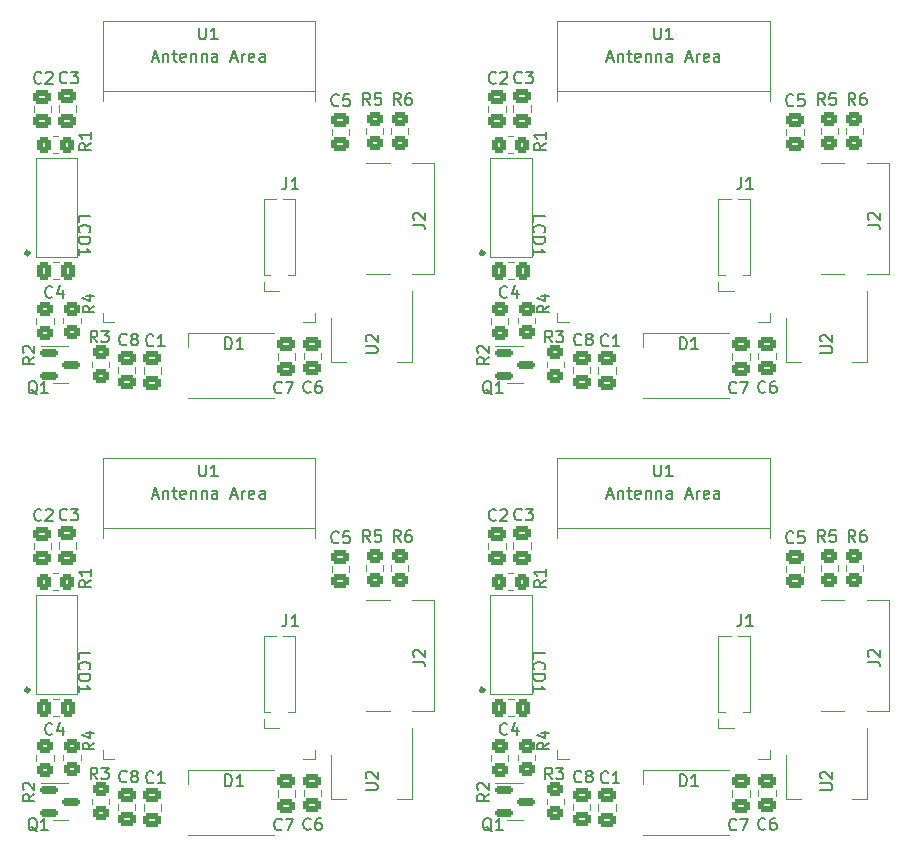
<source format=gto>
G04 #@! TF.GenerationSoftware,KiCad,Pcbnew,6.0.4-6f826c9f35~116~ubuntu20.04.1*
G04 #@! TF.CreationDate,2022-04-01T21:21:36+11:00*
G04 #@! TF.ProjectId,panel,70616e65-6c2e-46b6-9963-61645f706362,rev?*
G04 #@! TF.SameCoordinates,Original*
G04 #@! TF.FileFunction,Legend,Top*
G04 #@! TF.FilePolarity,Positive*
%FSLAX46Y46*%
G04 Gerber Fmt 4.6, Leading zero omitted, Abs format (unit mm)*
G04 Created by KiCad (PCBNEW 6.0.4-6f826c9f35~116~ubuntu20.04.1) date 2022-04-01 21:21:36*
%MOMM*%
%LPD*%
G01*
G04 APERTURE LIST*
G04 Aperture macros list*
%AMRoundRect*
0 Rectangle with rounded corners*
0 $1 Rounding radius*
0 $2 $3 $4 $5 $6 $7 $8 $9 X,Y pos of 4 corners*
0 Add a 4 corners polygon primitive as box body*
4,1,4,$2,$3,$4,$5,$6,$7,$8,$9,$2,$3,0*
0 Add four circle primitives for the rounded corners*
1,1,$1+$1,$2,$3*
1,1,$1+$1,$4,$5*
1,1,$1+$1,$6,$7*
1,1,$1+$1,$8,$9*
0 Add four rect primitives between the rounded corners*
20,1,$1+$1,$2,$3,$4,$5,0*
20,1,$1+$1,$4,$5,$6,$7,0*
20,1,$1+$1,$6,$7,$8,$9,0*
20,1,$1+$1,$8,$9,$2,$3,0*%
G04 Aperture macros list end*
%ADD10C,0.150000*%
%ADD11C,0.120000*%
%ADD12C,0.310000*%
%ADD13RoundRect,0.250000X0.475000X-0.337500X0.475000X0.337500X-0.475000X0.337500X-0.475000X-0.337500X0*%
%ADD14RoundRect,0.250000X-0.450000X0.350000X-0.450000X-0.350000X0.450000X-0.350000X0.450000X0.350000X0*%
%ADD15R,3.000000X0.350000*%
%ADD16R,1.500000X0.900000*%
%ADD17R,0.900000X1.500000*%
%ADD18R,0.900000X0.900000*%
%ADD19RoundRect,0.150000X-0.587500X-0.150000X0.587500X-0.150000X0.587500X0.150000X-0.587500X0.150000X0*%
%ADD20C,0.650000*%
%ADD21R,1.450000X0.600000*%
%ADD22R,1.450000X0.300000*%
%ADD23O,2.100000X1.000000*%
%ADD24O,1.600000X1.000000*%
%ADD25RoundRect,0.250000X0.450000X-0.350000X0.450000X0.350000X-0.450000X0.350000X-0.450000X-0.350000X0*%
%ADD26R,1.000000X1.000000*%
%ADD27O,1.000000X1.000000*%
%ADD28RoundRect,0.250000X-0.475000X0.337500X-0.475000X-0.337500X0.475000X-0.337500X0.475000X0.337500X0*%
%ADD29C,1.000000*%
%ADD30R,1.500000X2.000000*%
%ADD31R,3.800000X2.000000*%
%ADD32RoundRect,0.250000X-0.350000X-0.450000X0.350000X-0.450000X0.350000X0.450000X-0.350000X0.450000X0*%
%ADD33R,1.500000X1.000000*%
%ADD34RoundRect,0.250000X-0.337500X-0.475000X0.337500X-0.475000X0.337500X0.475000X-0.337500X0.475000X0*%
%ADD35C,3.000000*%
G04 APERTURE END LIST*
D10*
X60033332Y-78382144D02*
X59985713Y-78429763D01*
X59842856Y-78477382D01*
X59747618Y-78477382D01*
X59604760Y-78429763D01*
X59509522Y-78334525D01*
X59461903Y-78239287D01*
X59414284Y-78048811D01*
X59414284Y-77905954D01*
X59461903Y-77715478D01*
X59509522Y-77620240D01*
X59604760Y-77525002D01*
X59747618Y-77477382D01*
X59842856Y-77477382D01*
X59985713Y-77525002D01*
X60033332Y-77572621D01*
X60938094Y-77477382D02*
X60461903Y-77477382D01*
X60414284Y-77953573D01*
X60461903Y-77905954D01*
X60557141Y-77858335D01*
X60795237Y-77858335D01*
X60890475Y-77905954D01*
X60938094Y-77953573D01*
X60985713Y-78048811D01*
X60985713Y-78286906D01*
X60938094Y-78382144D01*
X60890475Y-78429763D01*
X60795237Y-78477382D01*
X60557141Y-78477382D01*
X60461903Y-78429763D01*
X60414284Y-78382144D01*
X39608332Y-61477379D02*
X39274999Y-61001189D01*
X39036903Y-61477379D02*
X39036903Y-60477379D01*
X39417856Y-60477379D01*
X39513094Y-60524999D01*
X39560713Y-60572618D01*
X39608332Y-60667856D01*
X39608332Y-60810713D01*
X39560713Y-60905951D01*
X39513094Y-60953570D01*
X39417856Y-61001189D01*
X39036903Y-61001189D01*
X39941665Y-60477379D02*
X40560713Y-60477379D01*
X40227379Y-60858332D01*
X40370237Y-60858332D01*
X40465475Y-60905951D01*
X40513094Y-60953570D01*
X40560713Y-61048808D01*
X40560713Y-61286903D01*
X40513094Y-61382141D01*
X40465475Y-61429760D01*
X40370237Y-61477379D01*
X40084522Y-61477379D01*
X39989284Y-61429760D01*
X39941665Y-61382141D01*
X38022618Y-88258335D02*
X38022618Y-87782144D01*
X39022618Y-87782144D01*
X38117856Y-89163097D02*
X38070237Y-89115478D01*
X38022618Y-88972621D01*
X38022618Y-88877382D01*
X38070237Y-88734525D01*
X38165475Y-88639287D01*
X38260713Y-88591668D01*
X38451189Y-88544049D01*
X38594046Y-88544049D01*
X38784522Y-88591668D01*
X38879760Y-88639287D01*
X38974999Y-88734525D01*
X39022618Y-88877382D01*
X39022618Y-88972621D01*
X38974999Y-89115478D01*
X38927379Y-89163097D01*
X38022618Y-89591668D02*
X39022618Y-89591668D01*
X39022618Y-89829763D01*
X38974999Y-89972621D01*
X38879760Y-90067859D01*
X38784522Y-90115478D01*
X38594046Y-90163097D01*
X38451189Y-90163097D01*
X38260713Y-90115478D01*
X38165475Y-90067859D01*
X38070237Y-89972621D01*
X38022618Y-89829763D01*
X38022618Y-89591668D01*
X38022618Y-91115478D02*
X38022618Y-90544049D01*
X38022618Y-90829763D02*
X39022618Y-90829763D01*
X38879760Y-90734525D01*
X38784522Y-90639287D01*
X38736903Y-90544049D01*
X48238094Y-71827382D02*
X48238094Y-72636906D01*
X48285713Y-72732144D01*
X48333332Y-72779763D01*
X48428570Y-72827382D01*
X48619046Y-72827382D01*
X48714284Y-72779763D01*
X48761903Y-72732144D01*
X48809522Y-72636906D01*
X48809522Y-71827382D01*
X49809522Y-72827382D02*
X49238094Y-72827382D01*
X49523808Y-72827382D02*
X49523808Y-71827382D01*
X49428570Y-71970240D01*
X49333332Y-72065478D01*
X49238094Y-72113097D01*
X44288094Y-74416668D02*
X44764284Y-74416668D01*
X44192856Y-74702382D02*
X44526189Y-73702382D01*
X44859522Y-74702382D01*
X45192856Y-74035716D02*
X45192856Y-74702382D01*
X45192856Y-74130954D02*
X45240475Y-74083335D01*
X45335713Y-74035716D01*
X45478570Y-74035716D01*
X45573808Y-74083335D01*
X45621427Y-74178573D01*
X45621427Y-74702382D01*
X45954760Y-74035716D02*
X46335713Y-74035716D01*
X46097618Y-73702382D02*
X46097618Y-74559525D01*
X46145237Y-74654763D01*
X46240475Y-74702382D01*
X46335713Y-74702382D01*
X47049999Y-74654763D02*
X46954760Y-74702382D01*
X46764284Y-74702382D01*
X46669046Y-74654763D01*
X46621427Y-74559525D01*
X46621427Y-74178573D01*
X46669046Y-74083335D01*
X46764284Y-74035716D01*
X46954760Y-74035716D01*
X47049999Y-74083335D01*
X47097618Y-74178573D01*
X47097618Y-74273811D01*
X46621427Y-74369049D01*
X47526189Y-74035716D02*
X47526189Y-74702382D01*
X47526189Y-74130954D02*
X47573808Y-74083335D01*
X47669046Y-74035716D01*
X47811903Y-74035716D01*
X47907141Y-74083335D01*
X47954760Y-74178573D01*
X47954760Y-74702382D01*
X48430951Y-74035716D02*
X48430951Y-74702382D01*
X48430951Y-74130954D02*
X48478570Y-74083335D01*
X48573808Y-74035716D01*
X48716665Y-74035716D01*
X48811903Y-74083335D01*
X48859522Y-74178573D01*
X48859522Y-74702382D01*
X49764284Y-74702382D02*
X49764284Y-74178573D01*
X49716665Y-74083335D01*
X49621427Y-74035716D01*
X49430951Y-74035716D01*
X49335713Y-74083335D01*
X49764284Y-74654763D02*
X49669046Y-74702382D01*
X49430951Y-74702382D01*
X49335713Y-74654763D01*
X49288094Y-74559525D01*
X49288094Y-74464287D01*
X49335713Y-74369049D01*
X49430951Y-74321430D01*
X49669046Y-74321430D01*
X49764284Y-74273811D01*
X50954760Y-74416668D02*
X51430951Y-74416668D01*
X50859522Y-74702382D02*
X51192856Y-73702382D01*
X51526189Y-74702382D01*
X51859522Y-74702382D02*
X51859522Y-74035716D01*
X51859522Y-74226192D02*
X51907141Y-74130954D01*
X51954760Y-74083335D01*
X52049999Y-74035716D01*
X52145237Y-74035716D01*
X52859522Y-74654763D02*
X52764284Y-74702382D01*
X52573808Y-74702382D01*
X52478570Y-74654763D01*
X52430951Y-74559525D01*
X52430951Y-74178573D01*
X52478570Y-74083335D01*
X52573808Y-74035716D01*
X52764284Y-74035716D01*
X52859522Y-74083335D01*
X52907141Y-74178573D01*
X52907141Y-74273811D01*
X52430951Y-74369049D01*
X53764284Y-74702382D02*
X53764284Y-74178573D01*
X53716665Y-74083335D01*
X53621427Y-74035716D01*
X53430951Y-74035716D01*
X53335713Y-74083335D01*
X53764284Y-74654763D02*
X53669046Y-74702382D01*
X53430951Y-74702382D01*
X53335713Y-74654763D01*
X53288094Y-74559525D01*
X53288094Y-74464287D01*
X53335713Y-74369049D01*
X53430951Y-74321430D01*
X53669046Y-74321430D01*
X53764284Y-74273811D01*
X73004763Y-102872621D02*
X72909525Y-102825002D01*
X72814287Y-102729763D01*
X72671430Y-102586906D01*
X72576192Y-102539287D01*
X72480954Y-102539287D01*
X72528573Y-102777382D02*
X72433335Y-102729763D01*
X72338097Y-102634525D01*
X72290478Y-102444049D01*
X72290478Y-102110716D01*
X72338097Y-101920240D01*
X72433335Y-101825002D01*
X72528573Y-101777382D01*
X72719049Y-101777382D01*
X72814287Y-101825002D01*
X72909525Y-101920240D01*
X72957144Y-102110716D01*
X72957144Y-102444049D01*
X72909525Y-102634525D01*
X72814287Y-102729763D01*
X72719049Y-102777382D01*
X72528573Y-102777382D01*
X73909525Y-102777382D02*
X73338097Y-102777382D01*
X73623811Y-102777382D02*
X73623811Y-101777382D01*
X73528573Y-101920240D01*
X73433335Y-102015478D01*
X73338097Y-102063097D01*
X104842382Y-51508332D02*
X105556668Y-51508332D01*
X105699525Y-51555951D01*
X105794763Y-51651189D01*
X105842382Y-51794046D01*
X105842382Y-51889284D01*
X104937621Y-51079760D02*
X104890002Y-51032141D01*
X104842382Y-50936903D01*
X104842382Y-50698808D01*
X104890002Y-50603570D01*
X104937621Y-50555951D01*
X105032859Y-50508332D01*
X105128097Y-50508332D01*
X105270954Y-50555951D01*
X105842382Y-51127379D01*
X105842382Y-50508332D01*
X34504760Y-65872618D02*
X34409522Y-65824999D01*
X34314284Y-65729760D01*
X34171427Y-65586903D01*
X34076189Y-65539284D01*
X33980951Y-65539284D01*
X34028570Y-65777379D02*
X33933332Y-65729760D01*
X33838094Y-65634522D01*
X33790475Y-65444046D01*
X33790475Y-65110713D01*
X33838094Y-64920237D01*
X33933332Y-64824999D01*
X34028570Y-64777379D01*
X34219046Y-64777379D01*
X34314284Y-64824999D01*
X34409522Y-64920237D01*
X34457141Y-65110713D01*
X34457141Y-65444046D01*
X34409522Y-65634522D01*
X34314284Y-65729760D01*
X34219046Y-65777379D01*
X34028570Y-65777379D01*
X35409522Y-65777379D02*
X34838094Y-65777379D01*
X35123808Y-65777379D02*
X35123808Y-64777379D01*
X35028570Y-64920237D01*
X34933332Y-65015475D01*
X34838094Y-65063094D01*
X86738097Y-34827379D02*
X86738097Y-35636903D01*
X86785716Y-35732141D01*
X86833335Y-35779760D01*
X86928573Y-35827379D01*
X87119049Y-35827379D01*
X87214287Y-35779760D01*
X87261906Y-35732141D01*
X87309525Y-35636903D01*
X87309525Y-34827379D01*
X88309525Y-35827379D02*
X87738097Y-35827379D01*
X88023811Y-35827379D02*
X88023811Y-34827379D01*
X87928573Y-34970237D01*
X87833335Y-35065475D01*
X87738097Y-35113094D01*
X82788097Y-37416665D02*
X83264287Y-37416665D01*
X82692859Y-37702379D02*
X83026192Y-36702379D01*
X83359525Y-37702379D01*
X83692859Y-37035713D02*
X83692859Y-37702379D01*
X83692859Y-37130951D02*
X83740478Y-37083332D01*
X83835716Y-37035713D01*
X83978573Y-37035713D01*
X84073811Y-37083332D01*
X84121430Y-37178570D01*
X84121430Y-37702379D01*
X84454763Y-37035713D02*
X84835716Y-37035713D01*
X84597621Y-36702379D02*
X84597621Y-37559522D01*
X84645240Y-37654760D01*
X84740478Y-37702379D01*
X84835716Y-37702379D01*
X85550002Y-37654760D02*
X85454763Y-37702379D01*
X85264287Y-37702379D01*
X85169049Y-37654760D01*
X85121430Y-37559522D01*
X85121430Y-37178570D01*
X85169049Y-37083332D01*
X85264287Y-37035713D01*
X85454763Y-37035713D01*
X85550002Y-37083332D01*
X85597621Y-37178570D01*
X85597621Y-37273808D01*
X85121430Y-37369046D01*
X86026192Y-37035713D02*
X86026192Y-37702379D01*
X86026192Y-37130951D02*
X86073811Y-37083332D01*
X86169049Y-37035713D01*
X86311906Y-37035713D01*
X86407144Y-37083332D01*
X86454763Y-37178570D01*
X86454763Y-37702379D01*
X86930954Y-37035713D02*
X86930954Y-37702379D01*
X86930954Y-37130951D02*
X86978573Y-37083332D01*
X87073811Y-37035713D01*
X87216668Y-37035713D01*
X87311906Y-37083332D01*
X87359525Y-37178570D01*
X87359525Y-37702379D01*
X88264287Y-37702379D02*
X88264287Y-37178570D01*
X88216668Y-37083332D01*
X88121430Y-37035713D01*
X87930954Y-37035713D01*
X87835716Y-37083332D01*
X88264287Y-37654760D02*
X88169049Y-37702379D01*
X87930954Y-37702379D01*
X87835716Y-37654760D01*
X87788097Y-37559522D01*
X87788097Y-37464284D01*
X87835716Y-37369046D01*
X87930954Y-37321427D01*
X88169049Y-37321427D01*
X88264287Y-37273808D01*
X89454763Y-37416665D02*
X89930954Y-37416665D01*
X89359525Y-37702379D02*
X89692859Y-36702379D01*
X90026192Y-37702379D01*
X90359525Y-37702379D02*
X90359525Y-37035713D01*
X90359525Y-37226189D02*
X90407144Y-37130951D01*
X90454763Y-37083332D01*
X90550002Y-37035713D01*
X90645240Y-37035713D01*
X91359525Y-37654760D02*
X91264287Y-37702379D01*
X91073811Y-37702379D01*
X90978573Y-37654760D01*
X90930954Y-37559522D01*
X90930954Y-37178570D01*
X90978573Y-37083332D01*
X91073811Y-37035713D01*
X91264287Y-37035713D01*
X91359525Y-37083332D01*
X91407144Y-37178570D01*
X91407144Y-37273808D01*
X90930954Y-37369046D01*
X92264287Y-37702379D02*
X92264287Y-37178570D01*
X92216668Y-37083332D01*
X92121430Y-37035713D01*
X91930954Y-37035713D01*
X91835716Y-37083332D01*
X92264287Y-37654760D02*
X92169049Y-37702379D01*
X91930954Y-37702379D01*
X91835716Y-37654760D01*
X91788097Y-37559522D01*
X91788097Y-37464284D01*
X91835716Y-37369046D01*
X91930954Y-37321427D01*
X92169049Y-37321427D01*
X92264287Y-37273808D01*
X39352379Y-95366668D02*
X38876189Y-95700002D01*
X39352379Y-95938097D02*
X38352379Y-95938097D01*
X38352379Y-95557144D01*
X38399999Y-95461906D01*
X38447618Y-95414287D01*
X38542856Y-95366668D01*
X38685713Y-95366668D01*
X38780951Y-95414287D01*
X38828570Y-95461906D01*
X38876189Y-95557144D01*
X38876189Y-95938097D01*
X38685713Y-94509525D02*
X39352379Y-94509525D01*
X38304760Y-94747621D02*
X39019046Y-94985716D01*
X39019046Y-94366668D01*
X94116668Y-47502379D02*
X94116668Y-48216665D01*
X94069049Y-48359522D01*
X93973811Y-48454760D01*
X93830954Y-48502379D01*
X93735716Y-48502379D01*
X95116668Y-48502379D02*
X94545240Y-48502379D01*
X94830954Y-48502379D02*
X94830954Y-47502379D01*
X94735716Y-47645237D01*
X94640478Y-47740475D01*
X94545240Y-47788094D01*
X86738097Y-71827382D02*
X86738097Y-72636906D01*
X86785716Y-72732144D01*
X86833335Y-72779763D01*
X86928573Y-72827382D01*
X87119049Y-72827382D01*
X87214287Y-72779763D01*
X87261906Y-72732144D01*
X87309525Y-72636906D01*
X87309525Y-71827382D01*
X88309525Y-72827382D02*
X87738097Y-72827382D01*
X88023811Y-72827382D02*
X88023811Y-71827382D01*
X87928573Y-71970240D01*
X87833335Y-72065478D01*
X87738097Y-72113097D01*
X82788097Y-74416668D02*
X83264287Y-74416668D01*
X82692859Y-74702382D02*
X83026192Y-73702382D01*
X83359525Y-74702382D01*
X83692859Y-74035716D02*
X83692859Y-74702382D01*
X83692859Y-74130954D02*
X83740478Y-74083335D01*
X83835716Y-74035716D01*
X83978573Y-74035716D01*
X84073811Y-74083335D01*
X84121430Y-74178573D01*
X84121430Y-74702382D01*
X84454763Y-74035716D02*
X84835716Y-74035716D01*
X84597621Y-73702382D02*
X84597621Y-74559525D01*
X84645240Y-74654763D01*
X84740478Y-74702382D01*
X84835716Y-74702382D01*
X85550002Y-74654763D02*
X85454763Y-74702382D01*
X85264287Y-74702382D01*
X85169049Y-74654763D01*
X85121430Y-74559525D01*
X85121430Y-74178573D01*
X85169049Y-74083335D01*
X85264287Y-74035716D01*
X85454763Y-74035716D01*
X85550002Y-74083335D01*
X85597621Y-74178573D01*
X85597621Y-74273811D01*
X85121430Y-74369049D01*
X86026192Y-74035716D02*
X86026192Y-74702382D01*
X86026192Y-74130954D02*
X86073811Y-74083335D01*
X86169049Y-74035716D01*
X86311906Y-74035716D01*
X86407144Y-74083335D01*
X86454763Y-74178573D01*
X86454763Y-74702382D01*
X86930954Y-74035716D02*
X86930954Y-74702382D01*
X86930954Y-74130954D02*
X86978573Y-74083335D01*
X87073811Y-74035716D01*
X87216668Y-74035716D01*
X87311906Y-74083335D01*
X87359525Y-74178573D01*
X87359525Y-74702382D01*
X88264287Y-74702382D02*
X88264287Y-74178573D01*
X88216668Y-74083335D01*
X88121430Y-74035716D01*
X87930954Y-74035716D01*
X87835716Y-74083335D01*
X88264287Y-74654763D02*
X88169049Y-74702382D01*
X87930954Y-74702382D01*
X87835716Y-74654763D01*
X87788097Y-74559525D01*
X87788097Y-74464287D01*
X87835716Y-74369049D01*
X87930954Y-74321430D01*
X88169049Y-74321430D01*
X88264287Y-74273811D01*
X89454763Y-74416668D02*
X89930954Y-74416668D01*
X89359525Y-74702382D02*
X89692859Y-73702382D01*
X90026192Y-74702382D01*
X90359525Y-74702382D02*
X90359525Y-74035716D01*
X90359525Y-74226192D02*
X90407144Y-74130954D01*
X90454763Y-74083335D01*
X90550002Y-74035716D01*
X90645240Y-74035716D01*
X91359525Y-74654763D02*
X91264287Y-74702382D01*
X91073811Y-74702382D01*
X90978573Y-74654763D01*
X90930954Y-74559525D01*
X90930954Y-74178573D01*
X90978573Y-74083335D01*
X91073811Y-74035716D01*
X91264287Y-74035716D01*
X91359525Y-74083335D01*
X91407144Y-74178573D01*
X91407144Y-74273811D01*
X90930954Y-74369049D01*
X92264287Y-74702382D02*
X92264287Y-74178573D01*
X92216668Y-74083335D01*
X92121430Y-74035716D01*
X91930954Y-74035716D01*
X91835716Y-74083335D01*
X92264287Y-74654763D02*
X92169049Y-74702382D01*
X91930954Y-74702382D01*
X91835716Y-74654763D01*
X91788097Y-74559525D01*
X91788097Y-74464287D01*
X91835716Y-74369049D01*
X91930954Y-74321430D01*
X92169049Y-74321430D01*
X92264287Y-74273811D01*
X38022618Y-51258332D02*
X38022618Y-50782141D01*
X39022618Y-50782141D01*
X38117856Y-52163094D02*
X38070237Y-52115475D01*
X38022618Y-51972618D01*
X38022618Y-51877379D01*
X38070237Y-51734522D01*
X38165475Y-51639284D01*
X38260713Y-51591665D01*
X38451189Y-51544046D01*
X38594046Y-51544046D01*
X38784522Y-51591665D01*
X38879760Y-51639284D01*
X38974999Y-51734522D01*
X39022618Y-51877379D01*
X39022618Y-51972618D01*
X38974999Y-52115475D01*
X38927379Y-52163094D01*
X38022618Y-52591665D02*
X39022618Y-52591665D01*
X39022618Y-52829760D01*
X38974999Y-52972618D01*
X38879760Y-53067856D01*
X38784522Y-53115475D01*
X38594046Y-53163094D01*
X38451189Y-53163094D01*
X38260713Y-53115475D01*
X38165475Y-53067856D01*
X38070237Y-52972618D01*
X38022618Y-52829760D01*
X38022618Y-52591665D01*
X38022618Y-54115475D02*
X38022618Y-53544046D01*
X38022618Y-53829760D02*
X39022618Y-53829760D01*
X38879760Y-53734522D01*
X38784522Y-53639284D01*
X38736903Y-53544046D01*
X57658332Y-65669641D02*
X57610713Y-65717260D01*
X57467856Y-65764879D01*
X57372618Y-65764879D01*
X57229760Y-65717260D01*
X57134522Y-65622022D01*
X57086903Y-65526784D01*
X57039284Y-65336308D01*
X57039284Y-65193451D01*
X57086903Y-65002975D01*
X57134522Y-64907737D01*
X57229760Y-64812499D01*
X57372618Y-64764879D01*
X57467856Y-64764879D01*
X57610713Y-64812499D01*
X57658332Y-64860118D01*
X58515475Y-64764879D02*
X58324999Y-64764879D01*
X58229760Y-64812499D01*
X58182141Y-64860118D01*
X58086903Y-65002975D01*
X58039284Y-65193451D01*
X58039284Y-65574403D01*
X58086903Y-65669641D01*
X58134522Y-65717260D01*
X58229760Y-65764879D01*
X58420237Y-65764879D01*
X58515475Y-65717260D01*
X58563094Y-65669641D01*
X58610713Y-65574403D01*
X58610713Y-65336308D01*
X58563094Y-65241070D01*
X58515475Y-65193451D01*
X58420237Y-65145832D01*
X58229760Y-65145832D01*
X58134522Y-65193451D01*
X58086903Y-65241070D01*
X58039284Y-65336308D01*
X77852382Y-95366668D02*
X77376192Y-95700002D01*
X77852382Y-95938097D02*
X76852382Y-95938097D01*
X76852382Y-95557144D01*
X76900002Y-95461906D01*
X76947621Y-95414287D01*
X77042859Y-95366668D01*
X77185716Y-95366668D01*
X77280954Y-95414287D01*
X77328573Y-95461906D01*
X77376192Y-95557144D01*
X77376192Y-95938097D01*
X77185716Y-94509525D02*
X77852382Y-94509525D01*
X76804763Y-94747621D02*
X77519049Y-94985716D01*
X77519049Y-94366668D01*
X55208332Y-102707144D02*
X55160713Y-102754763D01*
X55017856Y-102802382D01*
X54922618Y-102802382D01*
X54779760Y-102754763D01*
X54684522Y-102659525D01*
X54636903Y-102564287D01*
X54589284Y-102373811D01*
X54589284Y-102230954D01*
X54636903Y-102040478D01*
X54684522Y-101945240D01*
X54779760Y-101850002D01*
X54922618Y-101802382D01*
X55017856Y-101802382D01*
X55160713Y-101850002D01*
X55208332Y-101897621D01*
X55541665Y-101802382D02*
X56208332Y-101802382D01*
X55779760Y-102802382D01*
X73004763Y-65872618D02*
X72909525Y-65824999D01*
X72814287Y-65729760D01*
X72671430Y-65586903D01*
X72576192Y-65539284D01*
X72480954Y-65539284D01*
X72528573Y-65777379D02*
X72433335Y-65729760D01*
X72338097Y-65634522D01*
X72290478Y-65444046D01*
X72290478Y-65110713D01*
X72338097Y-64920237D01*
X72433335Y-64824999D01*
X72528573Y-64777379D01*
X72719049Y-64777379D01*
X72814287Y-64824999D01*
X72909525Y-64920237D01*
X72957144Y-65110713D01*
X72957144Y-65444046D01*
X72909525Y-65634522D01*
X72814287Y-65729760D01*
X72719049Y-65777379D01*
X72528573Y-65777379D01*
X73909525Y-65777379D02*
X73338097Y-65777379D01*
X73623811Y-65777379D02*
X73623811Y-64777379D01*
X73528573Y-64920237D01*
X73433335Y-65015475D01*
X73338097Y-65063094D01*
X82858335Y-98707144D02*
X82810716Y-98754763D01*
X82667859Y-98802382D01*
X82572621Y-98802382D01*
X82429763Y-98754763D01*
X82334525Y-98659525D01*
X82286906Y-98564287D01*
X82239287Y-98373811D01*
X82239287Y-98230954D01*
X82286906Y-98040478D01*
X82334525Y-97945240D01*
X82429763Y-97850002D01*
X82572621Y-97802382D01*
X82667859Y-97802382D01*
X82810716Y-97850002D01*
X82858335Y-97897621D01*
X83810716Y-98802382D02*
X83239287Y-98802382D01*
X83525002Y-98802382D02*
X83525002Y-97802382D01*
X83429763Y-97945240D01*
X83334525Y-98040478D01*
X83239287Y-98088097D01*
X55616665Y-47502379D02*
X55616665Y-48216665D01*
X55569046Y-48359522D01*
X55473808Y-48454760D01*
X55330951Y-48502379D01*
X55235713Y-48502379D01*
X56616665Y-48502379D02*
X56045237Y-48502379D01*
X56330951Y-48502379D02*
X56330951Y-47502379D01*
X56235713Y-47645237D01*
X56140475Y-47740475D01*
X56045237Y-47788094D01*
X93708335Y-65707141D02*
X93660716Y-65754760D01*
X93517859Y-65802379D01*
X93422621Y-65802379D01*
X93279763Y-65754760D01*
X93184525Y-65659522D01*
X93136906Y-65564284D01*
X93089287Y-65373808D01*
X93089287Y-65230951D01*
X93136906Y-65040475D01*
X93184525Y-64945237D01*
X93279763Y-64849999D01*
X93422621Y-64802379D01*
X93517859Y-64802379D01*
X93660716Y-64849999D01*
X93708335Y-64897618D01*
X94041668Y-64802379D02*
X94708335Y-64802379D01*
X94279763Y-65802379D01*
X34277379Y-62716665D02*
X33801189Y-63049999D01*
X34277379Y-63288094D02*
X33277379Y-63288094D01*
X33277379Y-62907141D01*
X33324999Y-62811903D01*
X33372618Y-62764284D01*
X33467856Y-62716665D01*
X33610713Y-62716665D01*
X33705951Y-62764284D01*
X33753570Y-62811903D01*
X33801189Y-62907141D01*
X33801189Y-63288094D01*
X33372618Y-62335713D02*
X33324999Y-62288094D01*
X33277379Y-62192856D01*
X33277379Y-61954760D01*
X33324999Y-61859522D01*
X33372618Y-61811903D01*
X33467856Y-61764284D01*
X33563094Y-61764284D01*
X33705951Y-61811903D01*
X34277379Y-62383332D01*
X34277379Y-61764284D01*
X55616665Y-84502382D02*
X55616665Y-85216668D01*
X55569046Y-85359525D01*
X55473808Y-85454763D01*
X55330951Y-85502382D01*
X55235713Y-85502382D01*
X56616665Y-85502382D02*
X56045237Y-85502382D01*
X56330951Y-85502382D02*
X56330951Y-84502382D01*
X56235713Y-84645240D01*
X56140475Y-84740478D01*
X56045237Y-84788097D01*
X100827382Y-99386906D02*
X101636906Y-99386906D01*
X101732144Y-99339287D01*
X101779763Y-99291668D01*
X101827382Y-99196430D01*
X101827382Y-99005954D01*
X101779763Y-98910716D01*
X101732144Y-98863097D01*
X101636906Y-98815478D01*
X100827382Y-98815478D01*
X100922621Y-98386906D02*
X100875002Y-98339287D01*
X100827382Y-98244049D01*
X100827382Y-98005954D01*
X100875002Y-97910716D01*
X100922621Y-97863097D01*
X101017859Y-97815478D01*
X101113097Y-97815478D01*
X101255954Y-97863097D01*
X101827382Y-98434525D01*
X101827382Y-97815478D01*
X62708332Y-78377382D02*
X62374999Y-77901192D01*
X62136903Y-78377382D02*
X62136903Y-77377382D01*
X62517856Y-77377382D01*
X62613094Y-77425002D01*
X62660713Y-77472621D01*
X62708332Y-77567859D01*
X62708332Y-77710716D01*
X62660713Y-77805954D01*
X62613094Y-77853573D01*
X62517856Y-77901192D01*
X62136903Y-77901192D01*
X63613094Y-77377382D02*
X63136903Y-77377382D01*
X63089284Y-77853573D01*
X63136903Y-77805954D01*
X63232141Y-77758335D01*
X63470237Y-77758335D01*
X63565475Y-77805954D01*
X63613094Y-77853573D01*
X63660713Y-77948811D01*
X63660713Y-78186906D01*
X63613094Y-78282144D01*
X63565475Y-78329763D01*
X63470237Y-78377382D01*
X63232141Y-78377382D01*
X63136903Y-78329763D01*
X63089284Y-78282144D01*
X77552382Y-44616665D02*
X77076192Y-44949999D01*
X77552382Y-45188094D02*
X76552382Y-45188094D01*
X76552382Y-44807141D01*
X76600002Y-44711903D01*
X76647621Y-44664284D01*
X76742859Y-44616665D01*
X76885716Y-44616665D01*
X76980954Y-44664284D01*
X77028573Y-44711903D01*
X77076192Y-44807141D01*
X77076192Y-45188094D01*
X77552382Y-43664284D02*
X77552382Y-44235713D01*
X77552382Y-43949999D02*
X76552382Y-43949999D01*
X76695240Y-44045237D01*
X76790478Y-44140475D01*
X76838097Y-44235713D01*
X104842382Y-88508335D02*
X105556668Y-88508335D01*
X105699525Y-88555954D01*
X105794763Y-88651192D01*
X105842382Y-88794049D01*
X105842382Y-88889287D01*
X104937621Y-88079763D02*
X104890002Y-88032144D01*
X104842382Y-87936906D01*
X104842382Y-87698811D01*
X104890002Y-87603573D01*
X104937621Y-87555954D01*
X105032859Y-87508335D01*
X105128097Y-87508335D01*
X105270954Y-87555954D01*
X105842382Y-88127382D01*
X105842382Y-87508335D01*
X77852382Y-58366665D02*
X77376192Y-58699999D01*
X77852382Y-58938094D02*
X76852382Y-58938094D01*
X76852382Y-58557141D01*
X76900002Y-58461903D01*
X76947621Y-58414284D01*
X77042859Y-58366665D01*
X77185716Y-58366665D01*
X77280954Y-58414284D01*
X77328573Y-58461903D01*
X77376192Y-58557141D01*
X77376192Y-58938094D01*
X77185716Y-57509522D02*
X77852382Y-57509522D01*
X76804763Y-57747618D02*
X77519049Y-57985713D01*
X77519049Y-57366665D01*
X100827382Y-62386903D02*
X101636906Y-62386903D01*
X101732144Y-62339284D01*
X101779763Y-62291665D01*
X101827382Y-62196427D01*
X101827382Y-62005951D01*
X101779763Y-61910713D01*
X101732144Y-61863094D01*
X101636906Y-61815475D01*
X100827382Y-61815475D01*
X100922621Y-61386903D02*
X100875002Y-61339284D01*
X100827382Y-61244046D01*
X100827382Y-61005951D01*
X100875002Y-60910713D01*
X100922621Y-60863094D01*
X101017859Y-60815475D01*
X101113097Y-60815475D01*
X101255954Y-60863094D01*
X101827382Y-61434522D01*
X101827382Y-60815475D01*
X82858335Y-61707141D02*
X82810716Y-61754760D01*
X82667859Y-61802379D01*
X82572621Y-61802379D01*
X82429763Y-61754760D01*
X82334525Y-61659522D01*
X82286906Y-61564284D01*
X82239287Y-61373808D01*
X82239287Y-61230951D01*
X82286906Y-61040475D01*
X82334525Y-60945237D01*
X82429763Y-60849999D01*
X82572621Y-60802379D01*
X82667859Y-60802379D01*
X82810716Y-60849999D01*
X82858335Y-60897618D01*
X83810716Y-61802379D02*
X83239287Y-61802379D01*
X83525002Y-61802379D02*
X83525002Y-60802379D01*
X83429763Y-60945237D01*
X83334525Y-61040475D01*
X83239287Y-61088094D01*
X96158335Y-102669644D02*
X96110716Y-102717263D01*
X95967859Y-102764882D01*
X95872621Y-102764882D01*
X95729763Y-102717263D01*
X95634525Y-102622025D01*
X95586906Y-102526787D01*
X95539287Y-102336311D01*
X95539287Y-102193454D01*
X95586906Y-102002978D01*
X95634525Y-101907740D01*
X95729763Y-101812502D01*
X95872621Y-101764882D01*
X95967859Y-101764882D01*
X96110716Y-101812502D01*
X96158335Y-101860121D01*
X97015478Y-101764882D02*
X96825002Y-101764882D01*
X96729763Y-101812502D01*
X96682144Y-101860121D01*
X96586906Y-102002978D01*
X96539287Y-102193454D01*
X96539287Y-102574406D01*
X96586906Y-102669644D01*
X96634525Y-102717263D01*
X96729763Y-102764882D01*
X96920240Y-102764882D01*
X97015478Y-102717263D01*
X97063097Y-102669644D01*
X97110716Y-102574406D01*
X97110716Y-102336311D01*
X97063097Y-102241073D01*
X97015478Y-102193454D01*
X96920240Y-102145835D01*
X96729763Y-102145835D01*
X96634525Y-102193454D01*
X96586906Y-102241073D01*
X96539287Y-102336311D01*
X78108335Y-98477382D02*
X77775002Y-98001192D01*
X77536906Y-98477382D02*
X77536906Y-97477382D01*
X77917859Y-97477382D01*
X78013097Y-97525002D01*
X78060716Y-97572621D01*
X78108335Y-97667859D01*
X78108335Y-97810716D01*
X78060716Y-97905954D01*
X78013097Y-97953573D01*
X77917859Y-98001192D01*
X77536906Y-98001192D01*
X78441668Y-97477382D02*
X79060716Y-97477382D01*
X78727382Y-97858335D01*
X78870240Y-97858335D01*
X78965478Y-97905954D01*
X79013097Y-97953573D01*
X79060716Y-98048811D01*
X79060716Y-98286906D01*
X79013097Y-98382144D01*
X78965478Y-98429763D01*
X78870240Y-98477382D01*
X78584525Y-98477382D01*
X78489287Y-98429763D01*
X78441668Y-98382144D01*
X94116668Y-84502382D02*
X94116668Y-85216668D01*
X94069049Y-85359525D01*
X93973811Y-85454763D01*
X93830954Y-85502382D01*
X93735716Y-85502382D01*
X95116668Y-85502382D02*
X94545240Y-85502382D01*
X94830954Y-85502382D02*
X94830954Y-84502382D01*
X94735716Y-84645240D01*
X94640478Y-84740478D01*
X94545240Y-84788097D01*
X50436903Y-99052382D02*
X50436903Y-98052382D01*
X50674999Y-98052382D01*
X50817856Y-98100002D01*
X50913094Y-98195240D01*
X50960713Y-98290478D01*
X51008332Y-98480954D01*
X51008332Y-98623811D01*
X50960713Y-98814287D01*
X50913094Y-98909525D01*
X50817856Y-99004763D01*
X50674999Y-99052382D01*
X50436903Y-99052382D01*
X51960713Y-99052382D02*
X51389284Y-99052382D01*
X51674999Y-99052382D02*
X51674999Y-98052382D01*
X51579760Y-98195240D01*
X51484522Y-98290478D01*
X51389284Y-98338097D01*
X101208335Y-41377379D02*
X100875002Y-40901189D01*
X100636906Y-41377379D02*
X100636906Y-40377379D01*
X101017859Y-40377379D01*
X101113097Y-40424999D01*
X101160716Y-40472618D01*
X101208335Y-40567856D01*
X101208335Y-40710713D01*
X101160716Y-40805951D01*
X101113097Y-40853570D01*
X101017859Y-40901189D01*
X100636906Y-40901189D01*
X102113097Y-40377379D02*
X101636906Y-40377379D01*
X101589287Y-40853570D01*
X101636906Y-40805951D01*
X101732144Y-40758332D01*
X101970240Y-40758332D01*
X102065478Y-40805951D01*
X102113097Y-40853570D01*
X102160716Y-40948808D01*
X102160716Y-41186903D01*
X102113097Y-41282141D01*
X102065478Y-41329760D01*
X101970240Y-41377379D01*
X101732144Y-41377379D01*
X101636906Y-41329760D01*
X101589287Y-41282141D01*
X98533335Y-41382141D02*
X98485716Y-41429760D01*
X98342859Y-41477379D01*
X98247621Y-41477379D01*
X98104763Y-41429760D01*
X98009525Y-41334522D01*
X97961906Y-41239284D01*
X97914287Y-41048808D01*
X97914287Y-40905951D01*
X97961906Y-40715475D01*
X98009525Y-40620237D01*
X98104763Y-40524999D01*
X98247621Y-40477379D01*
X98342859Y-40477379D01*
X98485716Y-40524999D01*
X98533335Y-40572618D01*
X99438097Y-40477379D02*
X98961906Y-40477379D01*
X98914287Y-40953570D01*
X98961906Y-40905951D01*
X99057144Y-40858332D01*
X99295240Y-40858332D01*
X99390478Y-40905951D01*
X99438097Y-40953570D01*
X99485716Y-41048808D01*
X99485716Y-41286903D01*
X99438097Y-41382141D01*
X99390478Y-41429760D01*
X99295240Y-41477379D01*
X99057144Y-41477379D01*
X98961906Y-41429760D01*
X98914287Y-41382141D01*
X62708332Y-41377379D02*
X62374999Y-40901189D01*
X62136903Y-41377379D02*
X62136903Y-40377379D01*
X62517856Y-40377379D01*
X62613094Y-40424999D01*
X62660713Y-40472618D01*
X62708332Y-40567856D01*
X62708332Y-40710713D01*
X62660713Y-40805951D01*
X62613094Y-40853570D01*
X62517856Y-40901189D01*
X62136903Y-40901189D01*
X63613094Y-40377379D02*
X63136903Y-40377379D01*
X63089284Y-40853570D01*
X63136903Y-40805951D01*
X63232141Y-40758332D01*
X63470237Y-40758332D01*
X63565475Y-40805951D01*
X63613094Y-40853570D01*
X63660713Y-40948808D01*
X63660713Y-41186903D01*
X63613094Y-41282141D01*
X63565475Y-41329760D01*
X63470237Y-41377379D01*
X63232141Y-41377379D01*
X63136903Y-41329760D01*
X63089284Y-41282141D01*
X39052379Y-44616665D02*
X38576189Y-44949999D01*
X39052379Y-45188094D02*
X38052379Y-45188094D01*
X38052379Y-44807141D01*
X38099999Y-44711903D01*
X38147618Y-44664284D01*
X38242856Y-44616665D01*
X38385713Y-44616665D01*
X38480951Y-44664284D01*
X38528570Y-44711903D01*
X38576189Y-44807141D01*
X38576189Y-45188094D01*
X39052379Y-43664284D02*
X39052379Y-44235713D01*
X39052379Y-43949999D02*
X38052379Y-43949999D01*
X38195237Y-44045237D01*
X38290475Y-44140475D01*
X38338094Y-44235713D01*
X42083332Y-61632141D02*
X42035713Y-61679760D01*
X41892856Y-61727379D01*
X41797618Y-61727379D01*
X41654760Y-61679760D01*
X41559522Y-61584522D01*
X41511903Y-61489284D01*
X41464284Y-61298808D01*
X41464284Y-61155951D01*
X41511903Y-60965475D01*
X41559522Y-60870237D01*
X41654760Y-60774999D01*
X41797618Y-60727379D01*
X41892856Y-60727379D01*
X42035713Y-60774999D01*
X42083332Y-60822618D01*
X42654760Y-61155951D02*
X42559522Y-61108332D01*
X42511903Y-61060713D01*
X42464284Y-60965475D01*
X42464284Y-60917856D01*
X42511903Y-60822618D01*
X42559522Y-60774999D01*
X42654760Y-60727379D01*
X42845237Y-60727379D01*
X42940475Y-60774999D01*
X42988094Y-60822618D01*
X43035713Y-60917856D01*
X43035713Y-60965475D01*
X42988094Y-61060713D01*
X42940475Y-61108332D01*
X42845237Y-61155951D01*
X42654760Y-61155951D01*
X42559522Y-61203570D01*
X42511903Y-61251189D01*
X42464284Y-61346427D01*
X42464284Y-61536903D01*
X42511903Y-61632141D01*
X42559522Y-61679760D01*
X42654760Y-61727379D01*
X42845237Y-61727379D01*
X42940475Y-61679760D01*
X42988094Y-61632141D01*
X43035713Y-61536903D01*
X43035713Y-61346427D01*
X42988094Y-61251189D01*
X42940475Y-61203570D01*
X42845237Y-61155951D01*
X80583335Y-61632141D02*
X80535716Y-61679760D01*
X80392859Y-61727379D01*
X80297621Y-61727379D01*
X80154763Y-61679760D01*
X80059525Y-61584522D01*
X80011906Y-61489284D01*
X79964287Y-61298808D01*
X79964287Y-61155951D01*
X80011906Y-60965475D01*
X80059525Y-60870237D01*
X80154763Y-60774999D01*
X80297621Y-60727379D01*
X80392859Y-60727379D01*
X80535716Y-60774999D01*
X80583335Y-60822618D01*
X81154763Y-61155951D02*
X81059525Y-61108332D01*
X81011906Y-61060713D01*
X80964287Y-60965475D01*
X80964287Y-60917856D01*
X81011906Y-60822618D01*
X81059525Y-60774999D01*
X81154763Y-60727379D01*
X81345240Y-60727379D01*
X81440478Y-60774999D01*
X81488097Y-60822618D01*
X81535716Y-60917856D01*
X81535716Y-60965475D01*
X81488097Y-61060713D01*
X81440478Y-61108332D01*
X81345240Y-61155951D01*
X81154763Y-61155951D01*
X81059525Y-61203570D01*
X81011906Y-61251189D01*
X80964287Y-61346427D01*
X80964287Y-61536903D01*
X81011906Y-61632141D01*
X81059525Y-61679760D01*
X81154763Y-61727379D01*
X81345240Y-61727379D01*
X81440478Y-61679760D01*
X81488097Y-61632141D01*
X81535716Y-61536903D01*
X81535716Y-61346427D01*
X81488097Y-61251189D01*
X81440478Y-61203570D01*
X81345240Y-61155951D01*
X44358332Y-61707141D02*
X44310713Y-61754760D01*
X44167856Y-61802379D01*
X44072618Y-61802379D01*
X43929760Y-61754760D01*
X43834522Y-61659522D01*
X43786903Y-61564284D01*
X43739284Y-61373808D01*
X43739284Y-61230951D01*
X43786903Y-61040475D01*
X43834522Y-60945237D01*
X43929760Y-60849999D01*
X44072618Y-60802379D01*
X44167856Y-60802379D01*
X44310713Y-60849999D01*
X44358332Y-60897618D01*
X45310713Y-61802379D02*
X44739284Y-61802379D01*
X45024999Y-61802379D02*
X45024999Y-60802379D01*
X44929760Y-60945237D01*
X44834522Y-61040475D01*
X44739284Y-61088094D01*
X60033332Y-41382141D02*
X59985713Y-41429760D01*
X59842856Y-41477379D01*
X59747618Y-41477379D01*
X59604760Y-41429760D01*
X59509522Y-41334522D01*
X59461903Y-41239284D01*
X59414284Y-41048808D01*
X59414284Y-40905951D01*
X59461903Y-40715475D01*
X59509522Y-40620237D01*
X59604760Y-40524999D01*
X59747618Y-40477379D01*
X59842856Y-40477379D01*
X59985713Y-40524999D01*
X60033332Y-40572618D01*
X60938094Y-40477379D02*
X60461903Y-40477379D01*
X60414284Y-40953570D01*
X60461903Y-40905951D01*
X60557141Y-40858332D01*
X60795237Y-40858332D01*
X60890475Y-40905951D01*
X60938094Y-40953570D01*
X60985713Y-41048808D01*
X60985713Y-41286903D01*
X60938094Y-41382141D01*
X60890475Y-41429760D01*
X60795237Y-41477379D01*
X60557141Y-41477379D01*
X60461903Y-41429760D01*
X60414284Y-41382141D01*
X65283332Y-41377379D02*
X64949999Y-40901189D01*
X64711903Y-41377379D02*
X64711903Y-40377379D01*
X65092856Y-40377379D01*
X65188094Y-40424999D01*
X65235713Y-40472618D01*
X65283332Y-40567856D01*
X65283332Y-40710713D01*
X65235713Y-40805951D01*
X65188094Y-40853570D01*
X65092856Y-40901189D01*
X64711903Y-40901189D01*
X66140475Y-40377379D02*
X65949999Y-40377379D01*
X65854760Y-40424999D01*
X65807141Y-40472618D01*
X65711903Y-40615475D01*
X65664284Y-40805951D01*
X65664284Y-41186903D01*
X65711903Y-41282141D01*
X65759522Y-41329760D01*
X65854760Y-41377379D01*
X66045237Y-41377379D01*
X66140475Y-41329760D01*
X66188094Y-41282141D01*
X66235713Y-41186903D01*
X66235713Y-40948808D01*
X66188094Y-40853570D01*
X66140475Y-40805951D01*
X66045237Y-40758332D01*
X65854760Y-40758332D01*
X65759522Y-40805951D01*
X65711903Y-40853570D01*
X65664284Y-40948808D01*
X39052379Y-81616668D02*
X38576189Y-81950002D01*
X39052379Y-82188097D02*
X38052379Y-82188097D01*
X38052379Y-81807144D01*
X38099999Y-81711906D01*
X38147618Y-81664287D01*
X38242856Y-81616668D01*
X38385713Y-81616668D01*
X38480951Y-81664287D01*
X38528570Y-81711906D01*
X38576189Y-81807144D01*
X38576189Y-82188097D01*
X39052379Y-80664287D02*
X39052379Y-81235716D01*
X39052379Y-80950002D02*
X38052379Y-80950002D01*
X38195237Y-81045240D01*
X38290475Y-81140478D01*
X38338094Y-81235716D01*
X37033332Y-76457144D02*
X36985713Y-76504763D01*
X36842856Y-76552382D01*
X36747618Y-76552382D01*
X36604760Y-76504763D01*
X36509522Y-76409525D01*
X36461903Y-76314287D01*
X36414284Y-76123811D01*
X36414284Y-75980954D01*
X36461903Y-75790478D01*
X36509522Y-75695240D01*
X36604760Y-75600002D01*
X36747618Y-75552382D01*
X36842856Y-75552382D01*
X36985713Y-75600002D01*
X37033332Y-75647621D01*
X37366665Y-75552382D02*
X37985713Y-75552382D01*
X37652379Y-75933335D01*
X37795237Y-75933335D01*
X37890475Y-75980954D01*
X37938094Y-76028573D01*
X37985713Y-76123811D01*
X37985713Y-76361906D01*
X37938094Y-76457144D01*
X37890475Y-76504763D01*
X37795237Y-76552382D01*
X37509522Y-76552382D01*
X37414284Y-76504763D01*
X37366665Y-76457144D01*
X73358335Y-39482141D02*
X73310716Y-39529760D01*
X73167859Y-39577379D01*
X73072621Y-39577379D01*
X72929763Y-39529760D01*
X72834525Y-39434522D01*
X72786906Y-39339284D01*
X72739287Y-39148808D01*
X72739287Y-39005951D01*
X72786906Y-38815475D01*
X72834525Y-38720237D01*
X72929763Y-38624999D01*
X73072621Y-38577379D01*
X73167859Y-38577379D01*
X73310716Y-38624999D01*
X73358335Y-38672618D01*
X73739287Y-38672618D02*
X73786906Y-38624999D01*
X73882144Y-38577379D01*
X74120240Y-38577379D01*
X74215478Y-38624999D01*
X74263097Y-38672618D01*
X74310716Y-38767856D01*
X74310716Y-38863094D01*
X74263097Y-39005951D01*
X73691668Y-39577379D01*
X74310716Y-39577379D01*
X103783335Y-78377382D02*
X103450002Y-77901192D01*
X103211906Y-78377382D02*
X103211906Y-77377382D01*
X103592859Y-77377382D01*
X103688097Y-77425002D01*
X103735716Y-77472621D01*
X103783335Y-77567859D01*
X103783335Y-77710716D01*
X103735716Y-77805954D01*
X103688097Y-77853573D01*
X103592859Y-77901192D01*
X103211906Y-77901192D01*
X104640478Y-77377382D02*
X104450002Y-77377382D01*
X104354763Y-77425002D01*
X104307144Y-77472621D01*
X104211906Y-77615478D01*
X104164287Y-77805954D01*
X104164287Y-78186906D01*
X104211906Y-78282144D01*
X104259525Y-78329763D01*
X104354763Y-78377382D01*
X104545240Y-78377382D01*
X104640478Y-78329763D01*
X104688097Y-78282144D01*
X104735716Y-78186906D01*
X104735716Y-77948811D01*
X104688097Y-77853573D01*
X104640478Y-77805954D01*
X104545240Y-77758335D01*
X104354763Y-77758335D01*
X104259525Y-77805954D01*
X104211906Y-77853573D01*
X104164287Y-77948811D01*
X88936906Y-99052382D02*
X88936906Y-98052382D01*
X89175002Y-98052382D01*
X89317859Y-98100002D01*
X89413097Y-98195240D01*
X89460716Y-98290478D01*
X89508335Y-98480954D01*
X89508335Y-98623811D01*
X89460716Y-98814287D01*
X89413097Y-98909525D01*
X89317859Y-99004763D01*
X89175002Y-99052382D01*
X88936906Y-99052382D01*
X90460716Y-99052382D02*
X89889287Y-99052382D01*
X90175002Y-99052382D02*
X90175002Y-98052382D01*
X90079763Y-98195240D01*
X89984525Y-98290478D01*
X89889287Y-98338097D01*
X35808332Y-57607141D02*
X35760713Y-57654760D01*
X35617856Y-57702379D01*
X35522618Y-57702379D01*
X35379760Y-57654760D01*
X35284522Y-57559522D01*
X35236903Y-57464284D01*
X35189284Y-57273808D01*
X35189284Y-57130951D01*
X35236903Y-56940475D01*
X35284522Y-56845237D01*
X35379760Y-56749999D01*
X35522618Y-56702379D01*
X35617856Y-56702379D01*
X35760713Y-56749999D01*
X35808332Y-56797618D01*
X36665475Y-57035713D02*
X36665475Y-57702379D01*
X36427379Y-56654760D02*
X36189284Y-57369046D01*
X36808332Y-57369046D01*
X103783335Y-41377379D02*
X103450002Y-40901189D01*
X103211906Y-41377379D02*
X103211906Y-40377379D01*
X103592859Y-40377379D01*
X103688097Y-40424999D01*
X103735716Y-40472618D01*
X103783335Y-40567856D01*
X103783335Y-40710713D01*
X103735716Y-40805951D01*
X103688097Y-40853570D01*
X103592859Y-40901189D01*
X103211906Y-40901189D01*
X104640478Y-40377379D02*
X104450002Y-40377379D01*
X104354763Y-40424999D01*
X104307144Y-40472618D01*
X104211906Y-40615475D01*
X104164287Y-40805951D01*
X104164287Y-41186903D01*
X104211906Y-41282141D01*
X104259525Y-41329760D01*
X104354763Y-41377379D01*
X104545240Y-41377379D01*
X104640478Y-41329760D01*
X104688097Y-41282141D01*
X104735716Y-41186903D01*
X104735716Y-40948808D01*
X104688097Y-40853570D01*
X104640478Y-40805951D01*
X104545240Y-40758332D01*
X104354763Y-40758332D01*
X104259525Y-40805951D01*
X104211906Y-40853570D01*
X104164287Y-40948808D01*
X66342379Y-51508332D02*
X67056665Y-51508332D01*
X67199522Y-51555951D01*
X67294760Y-51651189D01*
X67342379Y-51794046D01*
X67342379Y-51889284D01*
X66437618Y-51079760D02*
X66389999Y-51032141D01*
X66342379Y-50936903D01*
X66342379Y-50698808D01*
X66389999Y-50603570D01*
X66437618Y-50555951D01*
X66532856Y-50508332D01*
X66628094Y-50508332D01*
X66770951Y-50555951D01*
X67342379Y-51127379D01*
X67342379Y-50508332D01*
X35808332Y-94607144D02*
X35760713Y-94654763D01*
X35617856Y-94702382D01*
X35522618Y-94702382D01*
X35379760Y-94654763D01*
X35284522Y-94559525D01*
X35236903Y-94464287D01*
X35189284Y-94273811D01*
X35189284Y-94130954D01*
X35236903Y-93940478D01*
X35284522Y-93845240D01*
X35379760Y-93750002D01*
X35522618Y-93702382D01*
X35617856Y-93702382D01*
X35760713Y-93750002D01*
X35808332Y-93797621D01*
X36665475Y-94035716D02*
X36665475Y-94702382D01*
X36427379Y-93654763D02*
X36189284Y-94369049D01*
X36808332Y-94369049D01*
X44358332Y-98707144D02*
X44310713Y-98754763D01*
X44167856Y-98802382D01*
X44072618Y-98802382D01*
X43929760Y-98754763D01*
X43834522Y-98659525D01*
X43786903Y-98564287D01*
X43739284Y-98373811D01*
X43739284Y-98230954D01*
X43786903Y-98040478D01*
X43834522Y-97945240D01*
X43929760Y-97850002D01*
X44072618Y-97802382D01*
X44167856Y-97802382D01*
X44310713Y-97850002D01*
X44358332Y-97897621D01*
X45310713Y-98802382D02*
X44739284Y-98802382D01*
X45024999Y-98802382D02*
X45024999Y-97802382D01*
X44929760Y-97945240D01*
X44834522Y-98040478D01*
X44739284Y-98088097D01*
X34858332Y-39482141D02*
X34810713Y-39529760D01*
X34667856Y-39577379D01*
X34572618Y-39577379D01*
X34429760Y-39529760D01*
X34334522Y-39434522D01*
X34286903Y-39339284D01*
X34239284Y-39148808D01*
X34239284Y-39005951D01*
X34286903Y-38815475D01*
X34334522Y-38720237D01*
X34429760Y-38624999D01*
X34572618Y-38577379D01*
X34667856Y-38577379D01*
X34810713Y-38624999D01*
X34858332Y-38672618D01*
X35239284Y-38672618D02*
X35286903Y-38624999D01*
X35382141Y-38577379D01*
X35620237Y-38577379D01*
X35715475Y-38624999D01*
X35763094Y-38672618D01*
X35810713Y-38767856D01*
X35810713Y-38863094D01*
X35763094Y-39005951D01*
X35191665Y-39577379D01*
X35810713Y-39577379D01*
X42083332Y-98632144D02*
X42035713Y-98679763D01*
X41892856Y-98727382D01*
X41797618Y-98727382D01*
X41654760Y-98679763D01*
X41559522Y-98584525D01*
X41511903Y-98489287D01*
X41464284Y-98298811D01*
X41464284Y-98155954D01*
X41511903Y-97965478D01*
X41559522Y-97870240D01*
X41654760Y-97775002D01*
X41797618Y-97727382D01*
X41892856Y-97727382D01*
X42035713Y-97775002D01*
X42083332Y-97822621D01*
X42654760Y-98155954D02*
X42559522Y-98108335D01*
X42511903Y-98060716D01*
X42464284Y-97965478D01*
X42464284Y-97917859D01*
X42511903Y-97822621D01*
X42559522Y-97775002D01*
X42654760Y-97727382D01*
X42845237Y-97727382D01*
X42940475Y-97775002D01*
X42988094Y-97822621D01*
X43035713Y-97917859D01*
X43035713Y-97965478D01*
X42988094Y-98060716D01*
X42940475Y-98108335D01*
X42845237Y-98155954D01*
X42654760Y-98155954D01*
X42559522Y-98203573D01*
X42511903Y-98251192D01*
X42464284Y-98346430D01*
X42464284Y-98536906D01*
X42511903Y-98632144D01*
X42559522Y-98679763D01*
X42654760Y-98727382D01*
X42845237Y-98727382D01*
X42940475Y-98679763D01*
X42988094Y-98632144D01*
X43035713Y-98536906D01*
X43035713Y-98346430D01*
X42988094Y-98251192D01*
X42940475Y-98203573D01*
X42845237Y-98155954D01*
X34277379Y-99716668D02*
X33801189Y-100050002D01*
X34277379Y-100288097D02*
X33277379Y-100288097D01*
X33277379Y-99907144D01*
X33324999Y-99811906D01*
X33372618Y-99764287D01*
X33467856Y-99716668D01*
X33610713Y-99716668D01*
X33705951Y-99764287D01*
X33753570Y-99811906D01*
X33801189Y-99907144D01*
X33801189Y-100288097D01*
X33372618Y-99335716D02*
X33324999Y-99288097D01*
X33277379Y-99192859D01*
X33277379Y-98954763D01*
X33324999Y-98859525D01*
X33372618Y-98811906D01*
X33467856Y-98764287D01*
X33563094Y-98764287D01*
X33705951Y-98811906D01*
X34277379Y-99383335D01*
X34277379Y-98764287D01*
X74308335Y-94607144D02*
X74260716Y-94654763D01*
X74117859Y-94702382D01*
X74022621Y-94702382D01*
X73879763Y-94654763D01*
X73784525Y-94559525D01*
X73736906Y-94464287D01*
X73689287Y-94273811D01*
X73689287Y-94130954D01*
X73736906Y-93940478D01*
X73784525Y-93845240D01*
X73879763Y-93750002D01*
X74022621Y-93702382D01*
X74117859Y-93702382D01*
X74260716Y-93750002D01*
X74308335Y-93797621D01*
X75165478Y-94035716D02*
X75165478Y-94702382D01*
X74927382Y-93654763D02*
X74689287Y-94369049D01*
X75308335Y-94369049D01*
X62327379Y-99386906D02*
X63136903Y-99386906D01*
X63232141Y-99339287D01*
X63279760Y-99291668D01*
X63327379Y-99196430D01*
X63327379Y-99005954D01*
X63279760Y-98910716D01*
X63232141Y-98863097D01*
X63136903Y-98815478D01*
X62327379Y-98815478D01*
X62422618Y-98386906D02*
X62374999Y-98339287D01*
X62327379Y-98244049D01*
X62327379Y-98005954D01*
X62374999Y-97910716D01*
X62422618Y-97863097D01*
X62517856Y-97815478D01*
X62613094Y-97815478D01*
X62755951Y-97863097D01*
X63327379Y-98434525D01*
X63327379Y-97815478D01*
X77552382Y-81616668D02*
X77076192Y-81950002D01*
X77552382Y-82188097D02*
X76552382Y-82188097D01*
X76552382Y-81807144D01*
X76600002Y-81711906D01*
X76647621Y-81664287D01*
X76742859Y-81616668D01*
X76885716Y-81616668D01*
X76980954Y-81664287D01*
X77028573Y-81711906D01*
X77076192Y-81807144D01*
X77076192Y-82188097D01*
X77552382Y-80664287D02*
X77552382Y-81235716D01*
X77552382Y-80950002D02*
X76552382Y-80950002D01*
X76695240Y-81045240D01*
X76790478Y-81140478D01*
X76838097Y-81235716D01*
X72777382Y-99716668D02*
X72301192Y-100050002D01*
X72777382Y-100288097D02*
X71777382Y-100288097D01*
X71777382Y-99907144D01*
X71825002Y-99811906D01*
X71872621Y-99764287D01*
X71967859Y-99716668D01*
X72110716Y-99716668D01*
X72205954Y-99764287D01*
X72253573Y-99811906D01*
X72301192Y-99907144D01*
X72301192Y-100288097D01*
X71872621Y-99335716D02*
X71825002Y-99288097D01*
X71777382Y-99192859D01*
X71777382Y-98954763D01*
X71825002Y-98859525D01*
X71872621Y-98811906D01*
X71967859Y-98764287D01*
X72063097Y-98764287D01*
X72205954Y-98811906D01*
X72777382Y-99383335D01*
X72777382Y-98764287D01*
X80583335Y-98632144D02*
X80535716Y-98679763D01*
X80392859Y-98727382D01*
X80297621Y-98727382D01*
X80154763Y-98679763D01*
X80059525Y-98584525D01*
X80011906Y-98489287D01*
X79964287Y-98298811D01*
X79964287Y-98155954D01*
X80011906Y-97965478D01*
X80059525Y-97870240D01*
X80154763Y-97775002D01*
X80297621Y-97727382D01*
X80392859Y-97727382D01*
X80535716Y-97775002D01*
X80583335Y-97822621D01*
X81154763Y-98155954D02*
X81059525Y-98108335D01*
X81011906Y-98060716D01*
X80964287Y-97965478D01*
X80964287Y-97917859D01*
X81011906Y-97822621D01*
X81059525Y-97775002D01*
X81154763Y-97727382D01*
X81345240Y-97727382D01*
X81440478Y-97775002D01*
X81488097Y-97822621D01*
X81535716Y-97917859D01*
X81535716Y-97965478D01*
X81488097Y-98060716D01*
X81440478Y-98108335D01*
X81345240Y-98155954D01*
X81154763Y-98155954D01*
X81059525Y-98203573D01*
X81011906Y-98251192D01*
X80964287Y-98346430D01*
X80964287Y-98536906D01*
X81011906Y-98632144D01*
X81059525Y-98679763D01*
X81154763Y-98727382D01*
X81345240Y-98727382D01*
X81440478Y-98679763D01*
X81488097Y-98632144D01*
X81535716Y-98536906D01*
X81535716Y-98346430D01*
X81488097Y-98251192D01*
X81440478Y-98203573D01*
X81345240Y-98155954D01*
X78108335Y-61477379D02*
X77775002Y-61001189D01*
X77536906Y-61477379D02*
X77536906Y-60477379D01*
X77917859Y-60477379D01*
X78013097Y-60524999D01*
X78060716Y-60572618D01*
X78108335Y-60667856D01*
X78108335Y-60810713D01*
X78060716Y-60905951D01*
X78013097Y-60953570D01*
X77917859Y-61001189D01*
X77536906Y-61001189D01*
X78441668Y-60477379D02*
X79060716Y-60477379D01*
X78727382Y-60858332D01*
X78870240Y-60858332D01*
X78965478Y-60905951D01*
X79013097Y-60953570D01*
X79060716Y-61048808D01*
X79060716Y-61286903D01*
X79013097Y-61382141D01*
X78965478Y-61429760D01*
X78870240Y-61477379D01*
X78584525Y-61477379D01*
X78489287Y-61429760D01*
X78441668Y-61382141D01*
X66342379Y-88508335D02*
X67056665Y-88508335D01*
X67199522Y-88555954D01*
X67294760Y-88651192D01*
X67342379Y-88794049D01*
X67342379Y-88889287D01*
X66437618Y-88079763D02*
X66389999Y-88032144D01*
X66342379Y-87936906D01*
X66342379Y-87698811D01*
X66389999Y-87603573D01*
X66437618Y-87555954D01*
X66532856Y-87508335D01*
X66628094Y-87508335D01*
X66770951Y-87555954D01*
X67342379Y-88127382D01*
X67342379Y-87508335D01*
X39352379Y-58366665D02*
X38876189Y-58699999D01*
X39352379Y-58938094D02*
X38352379Y-58938094D01*
X38352379Y-58557141D01*
X38399999Y-58461903D01*
X38447618Y-58414284D01*
X38542856Y-58366665D01*
X38685713Y-58366665D01*
X38780951Y-58414284D01*
X38828570Y-58461903D01*
X38876189Y-58557141D01*
X38876189Y-58938094D01*
X38685713Y-57509522D02*
X39352379Y-57509522D01*
X38304760Y-57747618D02*
X39019046Y-57985713D01*
X39019046Y-57366665D01*
X76522621Y-51258332D02*
X76522621Y-50782141D01*
X77522621Y-50782141D01*
X76617859Y-52163094D02*
X76570240Y-52115475D01*
X76522621Y-51972618D01*
X76522621Y-51877379D01*
X76570240Y-51734522D01*
X76665478Y-51639284D01*
X76760716Y-51591665D01*
X76951192Y-51544046D01*
X77094049Y-51544046D01*
X77284525Y-51591665D01*
X77379763Y-51639284D01*
X77475002Y-51734522D01*
X77522621Y-51877379D01*
X77522621Y-51972618D01*
X77475002Y-52115475D01*
X77427382Y-52163094D01*
X76522621Y-52591665D02*
X77522621Y-52591665D01*
X77522621Y-52829760D01*
X77475002Y-52972618D01*
X77379763Y-53067856D01*
X77284525Y-53115475D01*
X77094049Y-53163094D01*
X76951192Y-53163094D01*
X76760716Y-53115475D01*
X76665478Y-53067856D01*
X76570240Y-52972618D01*
X76522621Y-52829760D01*
X76522621Y-52591665D01*
X76522621Y-54115475D02*
X76522621Y-53544046D01*
X76522621Y-53829760D02*
X77522621Y-53829760D01*
X77379763Y-53734522D01*
X77284525Y-53639284D01*
X77236906Y-53544046D01*
X34858332Y-76482144D02*
X34810713Y-76529763D01*
X34667856Y-76577382D01*
X34572618Y-76577382D01*
X34429760Y-76529763D01*
X34334522Y-76434525D01*
X34286903Y-76339287D01*
X34239284Y-76148811D01*
X34239284Y-76005954D01*
X34286903Y-75815478D01*
X34334522Y-75720240D01*
X34429760Y-75625002D01*
X34572618Y-75577382D01*
X34667856Y-75577382D01*
X34810713Y-75625002D01*
X34858332Y-75672621D01*
X35239284Y-75672621D02*
X35286903Y-75625002D01*
X35382141Y-75577382D01*
X35620237Y-75577382D01*
X35715475Y-75625002D01*
X35763094Y-75672621D01*
X35810713Y-75767859D01*
X35810713Y-75863097D01*
X35763094Y-76005954D01*
X35191665Y-76577382D01*
X35810713Y-76577382D01*
X37033332Y-39457141D02*
X36985713Y-39504760D01*
X36842856Y-39552379D01*
X36747618Y-39552379D01*
X36604760Y-39504760D01*
X36509522Y-39409522D01*
X36461903Y-39314284D01*
X36414284Y-39123808D01*
X36414284Y-38980951D01*
X36461903Y-38790475D01*
X36509522Y-38695237D01*
X36604760Y-38599999D01*
X36747618Y-38552379D01*
X36842856Y-38552379D01*
X36985713Y-38599999D01*
X37033332Y-38647618D01*
X37366665Y-38552379D02*
X37985713Y-38552379D01*
X37652379Y-38933332D01*
X37795237Y-38933332D01*
X37890475Y-38980951D01*
X37938094Y-39028570D01*
X37985713Y-39123808D01*
X37985713Y-39361903D01*
X37938094Y-39457141D01*
X37890475Y-39504760D01*
X37795237Y-39552379D01*
X37509522Y-39552379D01*
X37414284Y-39504760D01*
X37366665Y-39457141D01*
X34504760Y-102872621D02*
X34409522Y-102825002D01*
X34314284Y-102729763D01*
X34171427Y-102586906D01*
X34076189Y-102539287D01*
X33980951Y-102539287D01*
X34028570Y-102777382D02*
X33933332Y-102729763D01*
X33838094Y-102634525D01*
X33790475Y-102444049D01*
X33790475Y-102110716D01*
X33838094Y-101920240D01*
X33933332Y-101825002D01*
X34028570Y-101777382D01*
X34219046Y-101777382D01*
X34314284Y-101825002D01*
X34409522Y-101920240D01*
X34457141Y-102110716D01*
X34457141Y-102444049D01*
X34409522Y-102634525D01*
X34314284Y-102729763D01*
X34219046Y-102777382D01*
X34028570Y-102777382D01*
X35409522Y-102777382D02*
X34838094Y-102777382D01*
X35123808Y-102777382D02*
X35123808Y-101777382D01*
X35028570Y-101920240D01*
X34933332Y-102015478D01*
X34838094Y-102063097D01*
X75533335Y-39457141D02*
X75485716Y-39504760D01*
X75342859Y-39552379D01*
X75247621Y-39552379D01*
X75104763Y-39504760D01*
X75009525Y-39409522D01*
X74961906Y-39314284D01*
X74914287Y-39123808D01*
X74914287Y-38980951D01*
X74961906Y-38790475D01*
X75009525Y-38695237D01*
X75104763Y-38599999D01*
X75247621Y-38552379D01*
X75342859Y-38552379D01*
X75485716Y-38599999D01*
X75533335Y-38647618D01*
X75866668Y-38552379D02*
X76485716Y-38552379D01*
X76152382Y-38933332D01*
X76295240Y-38933332D01*
X76390478Y-38980951D01*
X76438097Y-39028570D01*
X76485716Y-39123808D01*
X76485716Y-39361903D01*
X76438097Y-39457141D01*
X76390478Y-39504760D01*
X76295240Y-39552379D01*
X76009525Y-39552379D01*
X75914287Y-39504760D01*
X75866668Y-39457141D01*
X93708335Y-102707144D02*
X93660716Y-102754763D01*
X93517859Y-102802382D01*
X93422621Y-102802382D01*
X93279763Y-102754763D01*
X93184525Y-102659525D01*
X93136906Y-102564287D01*
X93089287Y-102373811D01*
X93089287Y-102230954D01*
X93136906Y-102040478D01*
X93184525Y-101945240D01*
X93279763Y-101850002D01*
X93422621Y-101802382D01*
X93517859Y-101802382D01*
X93660716Y-101850002D01*
X93708335Y-101897621D01*
X94041668Y-101802382D02*
X94708335Y-101802382D01*
X94279763Y-102802382D01*
X57658332Y-102669644D02*
X57610713Y-102717263D01*
X57467856Y-102764882D01*
X57372618Y-102764882D01*
X57229760Y-102717263D01*
X57134522Y-102622025D01*
X57086903Y-102526787D01*
X57039284Y-102336311D01*
X57039284Y-102193454D01*
X57086903Y-102002978D01*
X57134522Y-101907740D01*
X57229760Y-101812502D01*
X57372618Y-101764882D01*
X57467856Y-101764882D01*
X57610713Y-101812502D01*
X57658332Y-101860121D01*
X58515475Y-101764882D02*
X58324999Y-101764882D01*
X58229760Y-101812502D01*
X58182141Y-101860121D01*
X58086903Y-102002978D01*
X58039284Y-102193454D01*
X58039284Y-102574406D01*
X58086903Y-102669644D01*
X58134522Y-102717263D01*
X58229760Y-102764882D01*
X58420237Y-102764882D01*
X58515475Y-102717263D01*
X58563094Y-102669644D01*
X58610713Y-102574406D01*
X58610713Y-102336311D01*
X58563094Y-102241073D01*
X58515475Y-102193454D01*
X58420237Y-102145835D01*
X58229760Y-102145835D01*
X58134522Y-102193454D01*
X58086903Y-102241073D01*
X58039284Y-102336311D01*
X55208332Y-65707141D02*
X55160713Y-65754760D01*
X55017856Y-65802379D01*
X54922618Y-65802379D01*
X54779760Y-65754760D01*
X54684522Y-65659522D01*
X54636903Y-65564284D01*
X54589284Y-65373808D01*
X54589284Y-65230951D01*
X54636903Y-65040475D01*
X54684522Y-64945237D01*
X54779760Y-64849999D01*
X54922618Y-64802379D01*
X55017856Y-64802379D01*
X55160713Y-64849999D01*
X55208332Y-64897618D01*
X55541665Y-64802379D02*
X56208332Y-64802379D01*
X55779760Y-65802379D01*
X62327379Y-62386903D02*
X63136903Y-62386903D01*
X63232141Y-62339284D01*
X63279760Y-62291665D01*
X63327379Y-62196427D01*
X63327379Y-62005951D01*
X63279760Y-61910713D01*
X63232141Y-61863094D01*
X63136903Y-61815475D01*
X62327379Y-61815475D01*
X62422618Y-61386903D02*
X62374999Y-61339284D01*
X62327379Y-61244046D01*
X62327379Y-61005951D01*
X62374999Y-60910713D01*
X62422618Y-60863094D01*
X62517856Y-60815475D01*
X62613094Y-60815475D01*
X62755951Y-60863094D01*
X63327379Y-61434522D01*
X63327379Y-60815475D01*
X39608332Y-98477382D02*
X39274999Y-98001192D01*
X39036903Y-98477382D02*
X39036903Y-97477382D01*
X39417856Y-97477382D01*
X39513094Y-97525002D01*
X39560713Y-97572621D01*
X39608332Y-97667859D01*
X39608332Y-97810716D01*
X39560713Y-97905954D01*
X39513094Y-97953573D01*
X39417856Y-98001192D01*
X39036903Y-98001192D01*
X39941665Y-97477382D02*
X40560713Y-97477382D01*
X40227379Y-97858335D01*
X40370237Y-97858335D01*
X40465475Y-97905954D01*
X40513094Y-97953573D01*
X40560713Y-98048811D01*
X40560713Y-98286906D01*
X40513094Y-98382144D01*
X40465475Y-98429763D01*
X40370237Y-98477382D01*
X40084522Y-98477382D01*
X39989284Y-98429763D01*
X39941665Y-98382144D01*
X76522621Y-88258335D02*
X76522621Y-87782144D01*
X77522621Y-87782144D01*
X76617859Y-89163097D02*
X76570240Y-89115478D01*
X76522621Y-88972621D01*
X76522621Y-88877382D01*
X76570240Y-88734525D01*
X76665478Y-88639287D01*
X76760716Y-88591668D01*
X76951192Y-88544049D01*
X77094049Y-88544049D01*
X77284525Y-88591668D01*
X77379763Y-88639287D01*
X77475002Y-88734525D01*
X77522621Y-88877382D01*
X77522621Y-88972621D01*
X77475002Y-89115478D01*
X77427382Y-89163097D01*
X76522621Y-89591668D02*
X77522621Y-89591668D01*
X77522621Y-89829763D01*
X77475002Y-89972621D01*
X77379763Y-90067859D01*
X77284525Y-90115478D01*
X77094049Y-90163097D01*
X76951192Y-90163097D01*
X76760716Y-90115478D01*
X76665478Y-90067859D01*
X76570240Y-89972621D01*
X76522621Y-89829763D01*
X76522621Y-89591668D01*
X76522621Y-91115478D02*
X76522621Y-90544049D01*
X76522621Y-90829763D02*
X77522621Y-90829763D01*
X77379763Y-90734525D01*
X77284525Y-90639287D01*
X77236906Y-90544049D01*
X50436903Y-62052379D02*
X50436903Y-61052379D01*
X50674999Y-61052379D01*
X50817856Y-61099999D01*
X50913094Y-61195237D01*
X50960713Y-61290475D01*
X51008332Y-61480951D01*
X51008332Y-61623808D01*
X50960713Y-61814284D01*
X50913094Y-61909522D01*
X50817856Y-62004760D01*
X50674999Y-62052379D01*
X50436903Y-62052379D01*
X51960713Y-62052379D02*
X51389284Y-62052379D01*
X51674999Y-62052379D02*
X51674999Y-61052379D01*
X51579760Y-61195237D01*
X51484522Y-61290475D01*
X51389284Y-61338094D01*
X48238094Y-34827379D02*
X48238094Y-35636903D01*
X48285713Y-35732141D01*
X48333332Y-35779760D01*
X48428570Y-35827379D01*
X48619046Y-35827379D01*
X48714284Y-35779760D01*
X48761903Y-35732141D01*
X48809522Y-35636903D01*
X48809522Y-34827379D01*
X49809522Y-35827379D02*
X49238094Y-35827379D01*
X49523808Y-35827379D02*
X49523808Y-34827379D01*
X49428570Y-34970237D01*
X49333332Y-35065475D01*
X49238094Y-35113094D01*
X44288094Y-37416665D02*
X44764284Y-37416665D01*
X44192856Y-37702379D02*
X44526189Y-36702379D01*
X44859522Y-37702379D01*
X45192856Y-37035713D02*
X45192856Y-37702379D01*
X45192856Y-37130951D02*
X45240475Y-37083332D01*
X45335713Y-37035713D01*
X45478570Y-37035713D01*
X45573808Y-37083332D01*
X45621427Y-37178570D01*
X45621427Y-37702379D01*
X45954760Y-37035713D02*
X46335713Y-37035713D01*
X46097618Y-36702379D02*
X46097618Y-37559522D01*
X46145237Y-37654760D01*
X46240475Y-37702379D01*
X46335713Y-37702379D01*
X47049999Y-37654760D02*
X46954760Y-37702379D01*
X46764284Y-37702379D01*
X46669046Y-37654760D01*
X46621427Y-37559522D01*
X46621427Y-37178570D01*
X46669046Y-37083332D01*
X46764284Y-37035713D01*
X46954760Y-37035713D01*
X47049999Y-37083332D01*
X47097618Y-37178570D01*
X47097618Y-37273808D01*
X46621427Y-37369046D01*
X47526189Y-37035713D02*
X47526189Y-37702379D01*
X47526189Y-37130951D02*
X47573808Y-37083332D01*
X47669046Y-37035713D01*
X47811903Y-37035713D01*
X47907141Y-37083332D01*
X47954760Y-37178570D01*
X47954760Y-37702379D01*
X48430951Y-37035713D02*
X48430951Y-37702379D01*
X48430951Y-37130951D02*
X48478570Y-37083332D01*
X48573808Y-37035713D01*
X48716665Y-37035713D01*
X48811903Y-37083332D01*
X48859522Y-37178570D01*
X48859522Y-37702379D01*
X49764284Y-37702379D02*
X49764284Y-37178570D01*
X49716665Y-37083332D01*
X49621427Y-37035713D01*
X49430951Y-37035713D01*
X49335713Y-37083332D01*
X49764284Y-37654760D02*
X49669046Y-37702379D01*
X49430951Y-37702379D01*
X49335713Y-37654760D01*
X49288094Y-37559522D01*
X49288094Y-37464284D01*
X49335713Y-37369046D01*
X49430951Y-37321427D01*
X49669046Y-37321427D01*
X49764284Y-37273808D01*
X50954760Y-37416665D02*
X51430951Y-37416665D01*
X50859522Y-37702379D02*
X51192856Y-36702379D01*
X51526189Y-37702379D01*
X51859522Y-37702379D02*
X51859522Y-37035713D01*
X51859522Y-37226189D02*
X51907141Y-37130951D01*
X51954760Y-37083332D01*
X52049999Y-37035713D01*
X52145237Y-37035713D01*
X52859522Y-37654760D02*
X52764284Y-37702379D01*
X52573808Y-37702379D01*
X52478570Y-37654760D01*
X52430951Y-37559522D01*
X52430951Y-37178570D01*
X52478570Y-37083332D01*
X52573808Y-37035713D01*
X52764284Y-37035713D01*
X52859522Y-37083332D01*
X52907141Y-37178570D01*
X52907141Y-37273808D01*
X52430951Y-37369046D01*
X53764284Y-37702379D02*
X53764284Y-37178570D01*
X53716665Y-37083332D01*
X53621427Y-37035713D01*
X53430951Y-37035713D01*
X53335713Y-37083332D01*
X53764284Y-37654760D02*
X53669046Y-37702379D01*
X53430951Y-37702379D01*
X53335713Y-37654760D01*
X53288094Y-37559522D01*
X53288094Y-37464284D01*
X53335713Y-37369046D01*
X53430951Y-37321427D01*
X53669046Y-37321427D01*
X53764284Y-37273808D01*
X101208335Y-78377382D02*
X100875002Y-77901192D01*
X100636906Y-78377382D02*
X100636906Y-77377382D01*
X101017859Y-77377382D01*
X101113097Y-77425002D01*
X101160716Y-77472621D01*
X101208335Y-77567859D01*
X101208335Y-77710716D01*
X101160716Y-77805954D01*
X101113097Y-77853573D01*
X101017859Y-77901192D01*
X100636906Y-77901192D01*
X102113097Y-77377382D02*
X101636906Y-77377382D01*
X101589287Y-77853573D01*
X101636906Y-77805954D01*
X101732144Y-77758335D01*
X101970240Y-77758335D01*
X102065478Y-77805954D01*
X102113097Y-77853573D01*
X102160716Y-77948811D01*
X102160716Y-78186906D01*
X102113097Y-78282144D01*
X102065478Y-78329763D01*
X101970240Y-78377382D01*
X101732144Y-78377382D01*
X101636906Y-78329763D01*
X101589287Y-78282144D01*
X73358335Y-76482144D02*
X73310716Y-76529763D01*
X73167859Y-76577382D01*
X73072621Y-76577382D01*
X72929763Y-76529763D01*
X72834525Y-76434525D01*
X72786906Y-76339287D01*
X72739287Y-76148811D01*
X72739287Y-76005954D01*
X72786906Y-75815478D01*
X72834525Y-75720240D01*
X72929763Y-75625002D01*
X73072621Y-75577382D01*
X73167859Y-75577382D01*
X73310716Y-75625002D01*
X73358335Y-75672621D01*
X73739287Y-75672621D02*
X73786906Y-75625002D01*
X73882144Y-75577382D01*
X74120240Y-75577382D01*
X74215478Y-75625002D01*
X74263097Y-75672621D01*
X74310716Y-75767859D01*
X74310716Y-75863097D01*
X74263097Y-76005954D01*
X73691668Y-76577382D01*
X74310716Y-76577382D01*
X96158335Y-65669641D02*
X96110716Y-65717260D01*
X95967859Y-65764879D01*
X95872621Y-65764879D01*
X95729763Y-65717260D01*
X95634525Y-65622022D01*
X95586906Y-65526784D01*
X95539287Y-65336308D01*
X95539287Y-65193451D01*
X95586906Y-65002975D01*
X95634525Y-64907737D01*
X95729763Y-64812499D01*
X95872621Y-64764879D01*
X95967859Y-64764879D01*
X96110716Y-64812499D01*
X96158335Y-64860118D01*
X97015478Y-64764879D02*
X96825002Y-64764879D01*
X96729763Y-64812499D01*
X96682144Y-64860118D01*
X96586906Y-65002975D01*
X96539287Y-65193451D01*
X96539287Y-65574403D01*
X96586906Y-65669641D01*
X96634525Y-65717260D01*
X96729763Y-65764879D01*
X96920240Y-65764879D01*
X97015478Y-65717260D01*
X97063097Y-65669641D01*
X97110716Y-65574403D01*
X97110716Y-65336308D01*
X97063097Y-65241070D01*
X97015478Y-65193451D01*
X96920240Y-65145832D01*
X96729763Y-65145832D01*
X96634525Y-65193451D01*
X96586906Y-65241070D01*
X96539287Y-65336308D01*
X88936906Y-62052379D02*
X88936906Y-61052379D01*
X89175002Y-61052379D01*
X89317859Y-61099999D01*
X89413097Y-61195237D01*
X89460716Y-61290475D01*
X89508335Y-61480951D01*
X89508335Y-61623808D01*
X89460716Y-61814284D01*
X89413097Y-61909522D01*
X89317859Y-62004760D01*
X89175002Y-62052379D01*
X88936906Y-62052379D01*
X90460716Y-62052379D02*
X89889287Y-62052379D01*
X90175002Y-62052379D02*
X90175002Y-61052379D01*
X90079763Y-61195237D01*
X89984525Y-61290475D01*
X89889287Y-61338094D01*
X72777382Y-62716665D02*
X72301192Y-63049999D01*
X72777382Y-63288094D02*
X71777382Y-63288094D01*
X71777382Y-62907141D01*
X71825002Y-62811903D01*
X71872621Y-62764284D01*
X71967859Y-62716665D01*
X72110716Y-62716665D01*
X72205954Y-62764284D01*
X72253573Y-62811903D01*
X72301192Y-62907141D01*
X72301192Y-63288094D01*
X71872621Y-62335713D02*
X71825002Y-62288094D01*
X71777382Y-62192856D01*
X71777382Y-61954760D01*
X71825002Y-61859522D01*
X71872621Y-61811903D01*
X71967859Y-61764284D01*
X72063097Y-61764284D01*
X72205954Y-61811903D01*
X72777382Y-62383332D01*
X72777382Y-61764284D01*
X65283332Y-78377382D02*
X64949999Y-77901192D01*
X64711903Y-78377382D02*
X64711903Y-77377382D01*
X65092856Y-77377382D01*
X65188094Y-77425002D01*
X65235713Y-77472621D01*
X65283332Y-77567859D01*
X65283332Y-77710716D01*
X65235713Y-77805954D01*
X65188094Y-77853573D01*
X65092856Y-77901192D01*
X64711903Y-77901192D01*
X66140475Y-77377382D02*
X65949999Y-77377382D01*
X65854760Y-77425002D01*
X65807141Y-77472621D01*
X65711903Y-77615478D01*
X65664284Y-77805954D01*
X65664284Y-78186906D01*
X65711903Y-78282144D01*
X65759522Y-78329763D01*
X65854760Y-78377382D01*
X66045237Y-78377382D01*
X66140475Y-78329763D01*
X66188094Y-78282144D01*
X66235713Y-78186906D01*
X66235713Y-77948811D01*
X66188094Y-77853573D01*
X66140475Y-77805954D01*
X66045237Y-77758335D01*
X65854760Y-77758335D01*
X65759522Y-77805954D01*
X65711903Y-77853573D01*
X65664284Y-77948811D01*
X75533335Y-76457144D02*
X75485716Y-76504763D01*
X75342859Y-76552382D01*
X75247621Y-76552382D01*
X75104763Y-76504763D01*
X75009525Y-76409525D01*
X74961906Y-76314287D01*
X74914287Y-76123811D01*
X74914287Y-75980954D01*
X74961906Y-75790478D01*
X75009525Y-75695240D01*
X75104763Y-75600002D01*
X75247621Y-75552382D01*
X75342859Y-75552382D01*
X75485716Y-75600002D01*
X75533335Y-75647621D01*
X75866668Y-75552382D02*
X76485716Y-75552382D01*
X76152382Y-75933335D01*
X76295240Y-75933335D01*
X76390478Y-75980954D01*
X76438097Y-76028573D01*
X76485716Y-76123811D01*
X76485716Y-76361906D01*
X76438097Y-76457144D01*
X76390478Y-76504763D01*
X76295240Y-76552382D01*
X76009525Y-76552382D01*
X75914287Y-76504763D01*
X75866668Y-76457144D01*
X74308335Y-57607141D02*
X74260716Y-57654760D01*
X74117859Y-57702379D01*
X74022621Y-57702379D01*
X73879763Y-57654760D01*
X73784525Y-57559522D01*
X73736906Y-57464284D01*
X73689287Y-57273808D01*
X73689287Y-57130951D01*
X73736906Y-56940475D01*
X73784525Y-56845237D01*
X73879763Y-56749999D01*
X74022621Y-56702379D01*
X74117859Y-56702379D01*
X74260716Y-56749999D01*
X74308335Y-56797618D01*
X75165478Y-57035713D02*
X75165478Y-57702379D01*
X74927382Y-56654760D02*
X74689287Y-57369046D01*
X75308335Y-57369046D01*
X98533335Y-78382144D02*
X98485716Y-78429763D01*
X98342859Y-78477382D01*
X98247621Y-78477382D01*
X98104763Y-78429763D01*
X98009525Y-78334525D01*
X97961906Y-78239287D01*
X97914287Y-78048811D01*
X97914287Y-77905954D01*
X97961906Y-77715478D01*
X98009525Y-77620240D01*
X98104763Y-77525002D01*
X98247621Y-77477382D01*
X98342859Y-77477382D01*
X98485716Y-77525002D01*
X98533335Y-77572621D01*
X99438097Y-77477382D02*
X98961906Y-77477382D01*
X98914287Y-77953573D01*
X98961906Y-77905954D01*
X99057144Y-77858335D01*
X99295240Y-77858335D01*
X99390478Y-77905954D01*
X99438097Y-77953573D01*
X99485716Y-78048811D01*
X99485716Y-78286906D01*
X99438097Y-78382144D01*
X99390478Y-78429763D01*
X99295240Y-78477382D01*
X99057144Y-78477382D01*
X98961906Y-78429763D01*
X98914287Y-78382144D01*
D11*
X60909999Y-80911254D02*
X60909999Y-80388750D01*
X59439999Y-80911254D02*
X59439999Y-80388750D01*
X39139999Y-63097935D02*
X39139999Y-63552063D01*
X40609999Y-63097935D02*
X40609999Y-63552063D01*
X37874999Y-82850002D02*
X37874999Y-91250002D01*
X37874999Y-91250002D02*
X34374999Y-91250002D01*
X34374999Y-91250002D02*
X34374999Y-82850002D01*
X34374999Y-82850002D02*
X37874999Y-82850002D01*
D12*
X33829999Y-90900002D02*
G75*
G03*
X33829999Y-90900002I-155000J0D01*
G01*
D11*
X40049999Y-96750002D02*
X41049999Y-96750002D01*
X40049999Y-71250002D02*
X58049999Y-71250002D01*
X58049999Y-96000002D02*
X58049999Y-96750002D01*
X40049999Y-71250002D02*
X40049999Y-78000002D01*
X58049999Y-71250002D02*
X58049999Y-78000002D01*
X58049999Y-96750002D02*
X57049999Y-96750002D01*
X40049999Y-96000002D02*
X40049999Y-96750002D01*
X58049999Y-77190002D02*
X40049999Y-77190002D01*
X74975002Y-101910002D02*
X74325002Y-101910002D01*
X74975002Y-98790002D02*
X75625002Y-98790002D01*
X74975002Y-101910002D02*
X75625002Y-101910002D01*
X74975002Y-98790002D02*
X73300002Y-98790002D01*
X106650002Y-55674999D02*
X106650002Y-46274999D01*
X104750002Y-46274999D02*
X106650002Y-46274999D01*
X100850002Y-55674999D02*
X102850002Y-55674999D01*
X104750002Y-55674999D02*
X106650002Y-55674999D01*
X100850002Y-46274999D02*
X102850002Y-46274999D01*
X36474999Y-64909999D02*
X37124999Y-64909999D01*
X36474999Y-61789999D02*
X37124999Y-61789999D01*
X36474999Y-61789999D02*
X34799999Y-61789999D01*
X36474999Y-64909999D02*
X35824999Y-64909999D01*
X96550002Y-40189999D02*
X78550002Y-40189999D01*
X78550002Y-34249999D02*
X78550002Y-40999999D01*
X96550002Y-34249999D02*
X96550002Y-40999999D01*
X78550002Y-34249999D02*
X96550002Y-34249999D01*
X78550002Y-58999999D02*
X78550002Y-59749999D01*
X96550002Y-59749999D02*
X95550002Y-59749999D01*
X78550002Y-59749999D02*
X79550002Y-59749999D01*
X96550002Y-58999999D02*
X96550002Y-59749999D01*
X36714999Y-96852066D02*
X36714999Y-96397938D01*
X38184999Y-96852066D02*
X38184999Y-96397938D01*
X92765002Y-55739999D02*
X92195002Y-55739999D01*
X94855002Y-55739999D02*
X94855002Y-49329999D01*
X92195002Y-57134999D02*
X92195002Y-56374999D01*
X92195002Y-55739999D02*
X92195002Y-49329999D01*
X94855002Y-55739999D02*
X94285002Y-55739999D01*
X93217472Y-49329999D02*
X92195002Y-49329999D01*
X94855002Y-49329999D02*
X93832532Y-49329999D01*
X93525002Y-57134999D02*
X92195002Y-57134999D01*
X96550002Y-96750002D02*
X95550002Y-96750002D01*
X78550002Y-96750002D02*
X79550002Y-96750002D01*
X96550002Y-96000002D02*
X96550002Y-96750002D01*
X78550002Y-96000002D02*
X78550002Y-96750002D01*
X96550002Y-77190002D02*
X78550002Y-77190002D01*
X78550002Y-71250002D02*
X78550002Y-78000002D01*
X78550002Y-71250002D02*
X96550002Y-71250002D01*
X96550002Y-71250002D02*
X96550002Y-78000002D01*
X37874999Y-54249999D02*
X34374999Y-54249999D01*
X37874999Y-45849999D02*
X37874999Y-54249999D01*
X34374999Y-45849999D02*
X37874999Y-45849999D01*
X34374999Y-54249999D02*
X34374999Y-45849999D01*
D12*
X33829999Y-53899999D02*
G75*
G03*
X33829999Y-53899999I-155000J0D01*
G01*
D11*
X57064999Y-62376247D02*
X57064999Y-62898751D01*
X58534999Y-62376247D02*
X58534999Y-62898751D01*
X75215002Y-96852066D02*
X75215002Y-96397938D01*
X76685002Y-96852066D02*
X76685002Y-96397938D01*
X56334999Y-99936254D02*
X56334999Y-99413750D01*
X54864999Y-99936254D02*
X54864999Y-99413750D01*
X74975002Y-61789999D02*
X73300002Y-61789999D01*
X74975002Y-61789999D02*
X75625002Y-61789999D01*
X74975002Y-64909999D02*
X75625002Y-64909999D01*
X74975002Y-64909999D02*
X74325002Y-64909999D01*
X83485002Y-101111254D02*
X83485002Y-100588750D01*
X82015002Y-101111254D02*
X82015002Y-100588750D01*
X56354999Y-55739999D02*
X56354999Y-49329999D01*
X53694999Y-57134999D02*
X53694999Y-56374999D01*
X56354999Y-55739999D02*
X55784999Y-55739999D01*
X55024999Y-57134999D02*
X53694999Y-57134999D01*
X56354999Y-49329999D02*
X55332529Y-49329999D01*
X54264999Y-55739999D02*
X53694999Y-55739999D01*
X54717469Y-49329999D02*
X53694999Y-49329999D01*
X53694999Y-55739999D02*
X53694999Y-49329999D01*
X94835002Y-62936251D02*
X94835002Y-62413747D01*
X93365002Y-62936251D02*
X93365002Y-62413747D01*
X34439999Y-59422935D02*
X34439999Y-59877063D01*
X35909999Y-59422935D02*
X35909999Y-59877063D01*
X55024999Y-94135002D02*
X53694999Y-94135002D01*
X53694999Y-92740002D02*
X53694999Y-86330002D01*
X56354999Y-92740002D02*
X55784999Y-92740002D01*
X53694999Y-94135002D02*
X53694999Y-93375002D01*
X56354999Y-92740002D02*
X56354999Y-86330002D01*
X56354999Y-86330002D02*
X55332529Y-86330002D01*
X54264999Y-92740002D02*
X53694999Y-92740002D01*
X54717469Y-86330002D02*
X53694999Y-86330002D01*
X97915002Y-100160002D02*
X99175002Y-100160002D01*
X104735002Y-100160002D02*
X103475002Y-100160002D01*
X97915002Y-96400002D02*
X97915002Y-100160002D01*
X104735002Y-94150002D02*
X104735002Y-100160002D01*
X63809999Y-80802066D02*
X63809999Y-80347938D01*
X62339999Y-80802066D02*
X62339999Y-80347938D01*
X74347938Y-43989999D02*
X74802066Y-43989999D01*
X74347938Y-45459999D02*
X74802066Y-45459999D01*
X104750002Y-83275002D02*
X106650002Y-83275002D01*
X100850002Y-83275002D02*
X102850002Y-83275002D01*
X106650002Y-92675002D02*
X106650002Y-83275002D01*
X100850002Y-92675002D02*
X102850002Y-92675002D01*
X104750002Y-92675002D02*
X106650002Y-92675002D01*
X75215002Y-59852063D02*
X75215002Y-59397935D01*
X76685002Y-59852063D02*
X76685002Y-59397935D01*
X104735002Y-57149999D02*
X104735002Y-63159999D01*
X97915002Y-59399999D02*
X97915002Y-63159999D01*
X104735002Y-63159999D02*
X103475002Y-63159999D01*
X97915002Y-63159999D02*
X99175002Y-63159999D01*
X83485002Y-64111251D02*
X83485002Y-63588747D01*
X82015002Y-64111251D02*
X82015002Y-63588747D01*
X95565002Y-99376250D02*
X95565002Y-99898754D01*
X97035002Y-99376250D02*
X97035002Y-99898754D01*
X77640002Y-100097938D02*
X77640002Y-100552066D01*
X79110002Y-100097938D02*
X79110002Y-100552066D01*
X93525002Y-94135002D02*
X92195002Y-94135002D01*
X94855002Y-92740002D02*
X94285002Y-92740002D01*
X94855002Y-86330002D02*
X93832532Y-86330002D01*
X92195002Y-92740002D02*
X92195002Y-86330002D01*
X94855002Y-92740002D02*
X94855002Y-86330002D01*
X92195002Y-94135002D02*
X92195002Y-93375002D01*
X93217472Y-86330002D02*
X92195002Y-86330002D01*
X92765002Y-92740002D02*
X92195002Y-92740002D01*
X47274999Y-97675002D02*
X47274999Y-98825002D01*
X54574999Y-97675002D02*
X47274999Y-97675002D01*
X54574999Y-103175002D02*
X47274999Y-103175002D01*
X102310002Y-43802063D02*
X102310002Y-43347935D01*
X100840002Y-43802063D02*
X100840002Y-43347935D01*
X99410002Y-43911251D02*
X99410002Y-43388747D01*
X97940002Y-43911251D02*
X97940002Y-43388747D01*
X63809999Y-43802063D02*
X63809999Y-43347935D01*
X62339999Y-43802063D02*
X62339999Y-43347935D01*
X35847935Y-45459999D02*
X36302063Y-45459999D01*
X35847935Y-43989999D02*
X36302063Y-43989999D01*
X41364999Y-64061251D02*
X41364999Y-63538747D01*
X42834999Y-64061251D02*
X42834999Y-63538747D01*
X81335002Y-64061251D02*
X81335002Y-63538747D01*
X79865002Y-64061251D02*
X79865002Y-63538747D01*
X43514999Y-64111251D02*
X43514999Y-63588747D01*
X44984999Y-64111251D02*
X44984999Y-63588747D01*
X60909999Y-43911251D02*
X60909999Y-43388747D01*
X59439999Y-43911251D02*
X59439999Y-43388747D01*
X65934999Y-43802063D02*
X65934999Y-43347935D01*
X64464999Y-43802063D02*
X64464999Y-43347935D01*
X35847935Y-82460002D02*
X36302063Y-82460002D01*
X35847935Y-80990002D02*
X36302063Y-80990002D01*
X36339999Y-78936254D02*
X36339999Y-78413750D01*
X37809999Y-78936254D02*
X37809999Y-78413750D01*
X72715002Y-41961251D02*
X72715002Y-41438747D01*
X74185002Y-41961251D02*
X74185002Y-41438747D01*
X102965002Y-80802066D02*
X102965002Y-80347938D01*
X104435002Y-80802066D02*
X104435002Y-80347938D01*
X93075002Y-103175002D02*
X85775002Y-103175002D01*
X85775002Y-97675002D02*
X85775002Y-98825002D01*
X93075002Y-97675002D02*
X85775002Y-97675002D01*
X35863747Y-54664999D02*
X36386251Y-54664999D01*
X35863747Y-56134999D02*
X36386251Y-56134999D01*
X104435002Y-43802063D02*
X104435002Y-43347935D01*
X102965002Y-43802063D02*
X102965002Y-43347935D01*
X62349999Y-55674999D02*
X64349999Y-55674999D01*
X68149999Y-55674999D02*
X68149999Y-46274999D01*
X66249999Y-55674999D02*
X68149999Y-55674999D01*
X62349999Y-46274999D02*
X64349999Y-46274999D01*
X66249999Y-46274999D02*
X68149999Y-46274999D01*
X35863747Y-93135002D02*
X36386251Y-93135002D01*
X35863747Y-91665002D02*
X36386251Y-91665002D01*
X44984999Y-101111254D02*
X44984999Y-100588750D01*
X43514999Y-101111254D02*
X43514999Y-100588750D01*
X34214999Y-41961251D02*
X34214999Y-41438747D01*
X35684999Y-41961251D02*
X35684999Y-41438747D01*
X42834999Y-101061254D02*
X42834999Y-100538750D01*
X41364999Y-101061254D02*
X41364999Y-100538750D01*
X34439999Y-96422938D02*
X34439999Y-96877066D01*
X35909999Y-96422938D02*
X35909999Y-96877066D01*
X74363750Y-93135002D02*
X74886254Y-93135002D01*
X74363750Y-91665002D02*
X74886254Y-91665002D01*
X59414999Y-96400002D02*
X59414999Y-100160002D01*
X66234999Y-100160002D02*
X64974999Y-100160002D01*
X66234999Y-94150002D02*
X66234999Y-100160002D01*
X59414999Y-100160002D02*
X60674999Y-100160002D01*
X74347938Y-80990002D02*
X74802066Y-80990002D01*
X74347938Y-82460002D02*
X74802066Y-82460002D01*
X74410002Y-96422938D02*
X74410002Y-96877066D01*
X72940002Y-96422938D02*
X72940002Y-96877066D01*
X79865002Y-101061254D02*
X79865002Y-100538750D01*
X81335002Y-101061254D02*
X81335002Y-100538750D01*
X79110002Y-63097935D02*
X79110002Y-63552063D01*
X77640002Y-63097935D02*
X77640002Y-63552063D01*
X62349999Y-83275002D02*
X64349999Y-83275002D01*
X66249999Y-92675002D02*
X68149999Y-92675002D01*
X62349999Y-92675002D02*
X64349999Y-92675002D01*
X66249999Y-83275002D02*
X68149999Y-83275002D01*
X68149999Y-92675002D02*
X68149999Y-83275002D01*
X36714999Y-59852063D02*
X36714999Y-59397935D01*
X38184999Y-59852063D02*
X38184999Y-59397935D01*
X76375002Y-54249999D02*
X72875002Y-54249999D01*
X72875002Y-54249999D02*
X72875002Y-45849999D01*
X72875002Y-45849999D02*
X76375002Y-45849999D01*
X76375002Y-45849999D02*
X76375002Y-54249999D01*
D12*
X72330002Y-53899999D02*
G75*
G03*
X72330002Y-53899999I-155000J0D01*
G01*
D11*
X35684999Y-78961254D02*
X35684999Y-78438750D01*
X34214999Y-78961254D02*
X34214999Y-78438750D01*
X36339999Y-41936251D02*
X36339999Y-41413747D01*
X37809999Y-41936251D02*
X37809999Y-41413747D01*
X36474999Y-101910002D02*
X35824999Y-101910002D01*
X36474999Y-101910002D02*
X37124999Y-101910002D01*
X36474999Y-98790002D02*
X34799999Y-98790002D01*
X36474999Y-98790002D02*
X37124999Y-98790002D01*
X76310002Y-41936251D02*
X76310002Y-41413747D01*
X74840002Y-41936251D02*
X74840002Y-41413747D01*
X93365002Y-99936254D02*
X93365002Y-99413750D01*
X94835002Y-99936254D02*
X94835002Y-99413750D01*
X57064999Y-99376250D02*
X57064999Y-99898754D01*
X58534999Y-99376250D02*
X58534999Y-99898754D01*
X56334999Y-62936251D02*
X56334999Y-62413747D01*
X54864999Y-62936251D02*
X54864999Y-62413747D01*
X66234999Y-63159999D02*
X64974999Y-63159999D01*
X59414999Y-63159999D02*
X60674999Y-63159999D01*
X59414999Y-59399999D02*
X59414999Y-63159999D01*
X66234999Y-57149999D02*
X66234999Y-63159999D01*
X39139999Y-100097938D02*
X39139999Y-100552066D01*
X40609999Y-100097938D02*
X40609999Y-100552066D01*
X76375002Y-82850002D02*
X76375002Y-91250002D01*
X72875002Y-82850002D02*
X76375002Y-82850002D01*
X72875002Y-91250002D02*
X72875002Y-82850002D01*
X76375002Y-91250002D02*
X72875002Y-91250002D01*
D12*
X72330002Y-90900002D02*
G75*
G03*
X72330002Y-90900002I-155000J0D01*
G01*
D11*
X54574999Y-60674999D02*
X47274999Y-60674999D01*
X47274999Y-60674999D02*
X47274999Y-61824999D01*
X54574999Y-66174999D02*
X47274999Y-66174999D01*
X40049999Y-34249999D02*
X58049999Y-34249999D01*
X40049999Y-34249999D02*
X40049999Y-40999999D01*
X58049999Y-58999999D02*
X58049999Y-59749999D01*
X58049999Y-34249999D02*
X58049999Y-40999999D01*
X40049999Y-58999999D02*
X40049999Y-59749999D01*
X40049999Y-59749999D02*
X41049999Y-59749999D01*
X58049999Y-59749999D02*
X57049999Y-59749999D01*
X58049999Y-40189999D02*
X40049999Y-40189999D01*
X102310002Y-80802066D02*
X102310002Y-80347938D01*
X100840002Y-80802066D02*
X100840002Y-80347938D01*
X72715002Y-78961254D02*
X72715002Y-78438750D01*
X74185002Y-78961254D02*
X74185002Y-78438750D01*
X95565002Y-62376247D02*
X95565002Y-62898751D01*
X97035002Y-62376247D02*
X97035002Y-62898751D01*
X93075002Y-60674999D02*
X85775002Y-60674999D01*
X85775002Y-60674999D02*
X85775002Y-61824999D01*
X93075002Y-66174999D02*
X85775002Y-66174999D01*
X72940002Y-59422935D02*
X72940002Y-59877063D01*
X74410002Y-59422935D02*
X74410002Y-59877063D01*
X65934999Y-80802066D02*
X65934999Y-80347938D01*
X64464999Y-80802066D02*
X64464999Y-80347938D01*
X76310002Y-78936254D02*
X76310002Y-78413750D01*
X74840002Y-78936254D02*
X74840002Y-78413750D01*
X74363750Y-54664999D02*
X74886254Y-54664999D01*
X74363750Y-56134999D02*
X74886254Y-56134999D01*
X99410002Y-80911254D02*
X99410002Y-80388750D01*
X97940002Y-80911254D02*
X97940002Y-80388750D01*
%LPC*%
D13*
X60174999Y-81687502D03*
X60174999Y-79612502D03*
D14*
X39874999Y-62324999D03*
X39874999Y-64324999D03*
D15*
X36124999Y-90900002D03*
X36124999Y-90200002D03*
X36124999Y-89500002D03*
X36124999Y-88800002D03*
X36124999Y-88100002D03*
X36124999Y-87400002D03*
X36124999Y-86700002D03*
X36124999Y-86000002D03*
X36124999Y-85300002D03*
X36124999Y-84600002D03*
X36124999Y-83900002D03*
X36124999Y-83200002D03*
D16*
X40299999Y-78740002D03*
X40299999Y-80010002D03*
X40299999Y-81280002D03*
X40299999Y-82550002D03*
X40299999Y-83820002D03*
X40299999Y-85090002D03*
X40299999Y-86360002D03*
X40299999Y-87630002D03*
X40299999Y-88900002D03*
X40299999Y-90170002D03*
X40299999Y-91440002D03*
X40299999Y-92710002D03*
X40299999Y-93980002D03*
X40299999Y-95250002D03*
D17*
X42064999Y-96500002D03*
X43334999Y-96500002D03*
X44604999Y-96500002D03*
X45874999Y-96500002D03*
X47144999Y-96500002D03*
X48414999Y-96500002D03*
X49684999Y-96500002D03*
X50954999Y-96500002D03*
X52224999Y-96500002D03*
X53494999Y-96500002D03*
X54764999Y-96500002D03*
X56034999Y-96500002D03*
D16*
X57799999Y-95250002D03*
X57799999Y-93980002D03*
X57799999Y-92710002D03*
X57799999Y-91440002D03*
X57799999Y-90170002D03*
X57799999Y-88900002D03*
X57799999Y-87630002D03*
X57799999Y-86360002D03*
X57799999Y-85090002D03*
X57799999Y-83820002D03*
X57799999Y-82550002D03*
X57799999Y-81280002D03*
X57799999Y-80010002D03*
X57799999Y-78740002D03*
D18*
X48949999Y-86460002D03*
X48949999Y-85060002D03*
X46149999Y-87860002D03*
X46149999Y-86460002D03*
X46149999Y-85060002D03*
X48949999Y-87860002D03*
X47549999Y-86460002D03*
X47549999Y-85060002D03*
X47549999Y-87860002D03*
D19*
X74037502Y-99400002D03*
X74037502Y-101300002D03*
X75912502Y-100350002D03*
D20*
X100150002Y-48084999D03*
X100150002Y-53864999D03*
D21*
X98705002Y-54224999D03*
X98705002Y-53424999D03*
D22*
X98705002Y-52224999D03*
X98705002Y-51224999D03*
X98705002Y-50724999D03*
X98705002Y-49724999D03*
D21*
X98705002Y-48524999D03*
X98705002Y-47724999D03*
X98705002Y-47724999D03*
X98705002Y-48524999D03*
D22*
X98705002Y-49224999D03*
X98705002Y-50224999D03*
X98705002Y-51724999D03*
X98705002Y-52724999D03*
D21*
X98705002Y-53424999D03*
X98705002Y-54224999D03*
D23*
X99620002Y-55294999D03*
D24*
X103800002Y-55294999D03*
X103800002Y-46654999D03*
D23*
X99620002Y-46654999D03*
D19*
X35537499Y-62399999D03*
X35537499Y-64299999D03*
X37412499Y-63349999D03*
D16*
X78800002Y-41739999D03*
X78800002Y-43009999D03*
X78800002Y-44279999D03*
X78800002Y-45549999D03*
X78800002Y-46819999D03*
X78800002Y-48089999D03*
X78800002Y-49359999D03*
X78800002Y-50629999D03*
X78800002Y-51899999D03*
X78800002Y-53169999D03*
X78800002Y-54439999D03*
X78800002Y-55709999D03*
X78800002Y-56979999D03*
X78800002Y-58249999D03*
D17*
X80565002Y-59499999D03*
X81835002Y-59499999D03*
X83105002Y-59499999D03*
X84375002Y-59499999D03*
X85645002Y-59499999D03*
X86915002Y-59499999D03*
X88185002Y-59499999D03*
X89455002Y-59499999D03*
X90725002Y-59499999D03*
X91995002Y-59499999D03*
X93265002Y-59499999D03*
X94535002Y-59499999D03*
D16*
X96300002Y-58249999D03*
X96300002Y-56979999D03*
X96300002Y-55709999D03*
X96300002Y-54439999D03*
X96300002Y-53169999D03*
X96300002Y-51899999D03*
X96300002Y-50629999D03*
X96300002Y-49359999D03*
X96300002Y-48089999D03*
X96300002Y-46819999D03*
X96300002Y-45549999D03*
X96300002Y-44279999D03*
X96300002Y-43009999D03*
X96300002Y-41739999D03*
D18*
X86050002Y-49459999D03*
X87450002Y-50859999D03*
X87450002Y-49459999D03*
X84650002Y-48059999D03*
X84650002Y-49459999D03*
X86050002Y-50859999D03*
X84650002Y-50859999D03*
X87450002Y-48059999D03*
X86050002Y-48059999D03*
D25*
X37449999Y-97625002D03*
X37449999Y-95625002D03*
D26*
X93525002Y-56374999D03*
D27*
X93525002Y-55104999D03*
X93525002Y-53834999D03*
X93525002Y-52564999D03*
X93525002Y-51294999D03*
X93525002Y-50024999D03*
D16*
X78800002Y-78740002D03*
X78800002Y-80010002D03*
X78800002Y-81280002D03*
X78800002Y-82550002D03*
X78800002Y-83820002D03*
X78800002Y-85090002D03*
X78800002Y-86360002D03*
X78800002Y-87630002D03*
X78800002Y-88900002D03*
X78800002Y-90170002D03*
X78800002Y-91440002D03*
X78800002Y-92710002D03*
X78800002Y-93980002D03*
X78800002Y-95250002D03*
D17*
X80565002Y-96500002D03*
X81835002Y-96500002D03*
X83105002Y-96500002D03*
X84375002Y-96500002D03*
X85645002Y-96500002D03*
X86915002Y-96500002D03*
X88185002Y-96500002D03*
X89455002Y-96500002D03*
X90725002Y-96500002D03*
X91995002Y-96500002D03*
X93265002Y-96500002D03*
X94535002Y-96500002D03*
D16*
X96300002Y-95250002D03*
X96300002Y-93980002D03*
X96300002Y-92710002D03*
X96300002Y-91440002D03*
X96300002Y-90170002D03*
X96300002Y-88900002D03*
X96300002Y-87630002D03*
X96300002Y-86360002D03*
X96300002Y-85090002D03*
X96300002Y-83820002D03*
X96300002Y-82550002D03*
X96300002Y-81280002D03*
X96300002Y-80010002D03*
X96300002Y-78740002D03*
D18*
X86050002Y-87860002D03*
X87450002Y-87860002D03*
X86050002Y-86460002D03*
X86050002Y-85060002D03*
X84650002Y-86460002D03*
X87450002Y-86460002D03*
X87450002Y-85060002D03*
X84650002Y-85060002D03*
X84650002Y-87860002D03*
D15*
X36124999Y-53899999D03*
X36124999Y-53199999D03*
X36124999Y-52499999D03*
X36124999Y-51799999D03*
X36124999Y-51099999D03*
X36124999Y-50399999D03*
X36124999Y-49699999D03*
X36124999Y-48999999D03*
X36124999Y-48299999D03*
X36124999Y-47599999D03*
X36124999Y-46899999D03*
X36124999Y-46199999D03*
D28*
X57799999Y-61599999D03*
X57799999Y-63674999D03*
D25*
X75950002Y-97625002D03*
X75950002Y-95625002D03*
D29*
X96251000Y-27002000D03*
D13*
X55599999Y-100712502D03*
X55599999Y-98637502D03*
D19*
X74037502Y-62399999D03*
X74037502Y-64299999D03*
X75912502Y-63349999D03*
D13*
X82750002Y-101887502D03*
X82750002Y-99812502D03*
D26*
X55024999Y-56374999D03*
D27*
X55024999Y-55104999D03*
X55024999Y-53834999D03*
X55024999Y-52564999D03*
X55024999Y-51294999D03*
X55024999Y-50024999D03*
D13*
X94100002Y-63712499D03*
X94100002Y-61637499D03*
D14*
X35174999Y-58649999D03*
X35174999Y-60649999D03*
D26*
X55024999Y-93375002D03*
D27*
X55024999Y-92105002D03*
X55024999Y-90835002D03*
X55024999Y-89565002D03*
X55024999Y-88295002D03*
X55024999Y-87025002D03*
D30*
X103625002Y-95100002D03*
X101325002Y-95100002D03*
D31*
X101325002Y-101400002D03*
D30*
X99025002Y-95100002D03*
D25*
X63074999Y-81575002D03*
X63074999Y-79575002D03*
D32*
X73575002Y-44724999D03*
X75575002Y-44724999D03*
D20*
X100150002Y-85085002D03*
X100150002Y-90865002D03*
D21*
X98705002Y-91225002D03*
X98705002Y-90425002D03*
D22*
X98705002Y-89225002D03*
X98705002Y-88225002D03*
X98705002Y-87725002D03*
X98705002Y-86725002D03*
D21*
X98705002Y-85525002D03*
X98705002Y-84725002D03*
X98705002Y-84725002D03*
X98705002Y-85525002D03*
D22*
X98705002Y-86225002D03*
X98705002Y-87225002D03*
X98705002Y-88725002D03*
X98705002Y-89725002D03*
D21*
X98705002Y-90425002D03*
X98705002Y-91225002D03*
D23*
X99620002Y-92295002D03*
X99620002Y-83655002D03*
D24*
X103800002Y-83655002D03*
X103800002Y-92295002D03*
D25*
X75950002Y-60624999D03*
X75950002Y-58624999D03*
D30*
X103625002Y-58099999D03*
X101325002Y-58099999D03*
D31*
X101325002Y-64399999D03*
D30*
X99025002Y-58099999D03*
D13*
X82750002Y-64887499D03*
X82750002Y-62812499D03*
D28*
X96300002Y-98600002D03*
X96300002Y-100675002D03*
D14*
X78375002Y-99325002D03*
X78375002Y-101325002D03*
D26*
X93525002Y-93375002D03*
D27*
X93525002Y-92105002D03*
X93525002Y-90835002D03*
X93525002Y-89565002D03*
X93525002Y-88295002D03*
X93525002Y-87025002D03*
D33*
X48474999Y-98825002D03*
X48474999Y-102025002D03*
X53374999Y-102025002D03*
X53374999Y-98825002D03*
D25*
X101575002Y-44574999D03*
X101575002Y-42574999D03*
D29*
X96251000Y-109998000D03*
D13*
X98675002Y-44687499D03*
X98675002Y-42612499D03*
D25*
X63074999Y-44574999D03*
X63074999Y-42574999D03*
D32*
X35074999Y-44724999D03*
X37074999Y-44724999D03*
D13*
X42099999Y-64837499D03*
X42099999Y-62762499D03*
X80600002Y-64837499D03*
X80600002Y-62762499D03*
X44249999Y-64887499D03*
X44249999Y-62812499D03*
X60174999Y-44687499D03*
X60174999Y-42612499D03*
D25*
X65199999Y-44574999D03*
X65199999Y-42574999D03*
D32*
X35074999Y-81725002D03*
X37074999Y-81725002D03*
D13*
X37074999Y-79712502D03*
X37074999Y-77637502D03*
X73450002Y-42737499D03*
X73450002Y-40662499D03*
D25*
X103700002Y-81575002D03*
X103700002Y-79575002D03*
D33*
X86975002Y-98825002D03*
X86975002Y-102025002D03*
X91875002Y-102025002D03*
X91875002Y-98825002D03*
D34*
X35087499Y-55399999D03*
X37162499Y-55399999D03*
D25*
X103700002Y-44574999D03*
X103700002Y-42574999D03*
D20*
X61649999Y-53864999D03*
X61649999Y-48084999D03*
D21*
X60204999Y-54224999D03*
X60204999Y-53424999D03*
D22*
X60204999Y-52224999D03*
X60204999Y-51224999D03*
X60204999Y-50724999D03*
X60204999Y-49724999D03*
D21*
X60204999Y-48524999D03*
X60204999Y-47724999D03*
X60204999Y-47724999D03*
X60204999Y-48524999D03*
D22*
X60204999Y-49224999D03*
X60204999Y-50224999D03*
X60204999Y-51724999D03*
X60204999Y-52724999D03*
D21*
X60204999Y-53424999D03*
X60204999Y-54224999D03*
D24*
X65299999Y-46654999D03*
X65299999Y-55294999D03*
D23*
X61119999Y-46654999D03*
X61119999Y-55294999D03*
D34*
X35087499Y-92400002D03*
X37162499Y-92400002D03*
D13*
X44249999Y-101887502D03*
X44249999Y-99812502D03*
X34949999Y-42737499D03*
X34949999Y-40662499D03*
D35*
X100251000Y-109998000D03*
D13*
X42099999Y-101837502D03*
X42099999Y-99762502D03*
D14*
X35174999Y-95650002D03*
X35174999Y-97650002D03*
D34*
X73587502Y-92400002D03*
X75662502Y-92400002D03*
D30*
X65124999Y-95100002D03*
X62824999Y-95100002D03*
D31*
X62824999Y-101400002D03*
D30*
X60524999Y-95100002D03*
D35*
X38249000Y-27002000D03*
D32*
X73575002Y-81725002D03*
X75575002Y-81725002D03*
D14*
X73675002Y-95650002D03*
X73675002Y-97650002D03*
D13*
X80600002Y-101837502D03*
X80600002Y-99762502D03*
D14*
X78375002Y-62324999D03*
X78375002Y-64324999D03*
D20*
X61649999Y-90865002D03*
X61649999Y-85085002D03*
D21*
X60204999Y-91225002D03*
X60204999Y-90425002D03*
D22*
X60204999Y-89225002D03*
X60204999Y-88225002D03*
X60204999Y-87725002D03*
X60204999Y-86725002D03*
D21*
X60204999Y-85525002D03*
X60204999Y-84725002D03*
X60204999Y-84725002D03*
X60204999Y-85525002D03*
D22*
X60204999Y-86225002D03*
X60204999Y-87225002D03*
X60204999Y-88725002D03*
X60204999Y-89725002D03*
D21*
X60204999Y-90425002D03*
X60204999Y-91225002D03*
D24*
X65299999Y-92295002D03*
D23*
X61119999Y-83655002D03*
X61119999Y-92295002D03*
D24*
X65299999Y-83655002D03*
D25*
X37449999Y-60624999D03*
X37449999Y-58624999D03*
D15*
X74625002Y-53899999D03*
X74625002Y-53199999D03*
X74625002Y-52499999D03*
X74625002Y-51799999D03*
X74625002Y-51099999D03*
X74625002Y-50399999D03*
X74625002Y-49699999D03*
X74625002Y-48999999D03*
X74625002Y-48299999D03*
X74625002Y-47599999D03*
X74625002Y-46899999D03*
X74625002Y-46199999D03*
D13*
X34949999Y-79737502D03*
X34949999Y-77662502D03*
D29*
X42249000Y-109998000D03*
D35*
X100251000Y-27002000D03*
D13*
X37074999Y-42712499D03*
X37074999Y-40637499D03*
D19*
X35537499Y-99400002D03*
X35537499Y-101300002D03*
X37412499Y-100350002D03*
D13*
X75575002Y-42712499D03*
X75575002Y-40637499D03*
X94100002Y-100712502D03*
X94100002Y-98637502D03*
D28*
X57799999Y-98600002D03*
X57799999Y-100675002D03*
D13*
X55599999Y-63712499D03*
X55599999Y-61637499D03*
D30*
X65124999Y-58099999D03*
D31*
X62824999Y-64399999D03*
D30*
X62824999Y-58099999D03*
X60524999Y-58099999D03*
D14*
X39874999Y-99325002D03*
X39874999Y-101325002D03*
D15*
X74625002Y-90900002D03*
X74625002Y-90200002D03*
X74625002Y-89500002D03*
X74625002Y-88800002D03*
X74625002Y-88100002D03*
X74625002Y-87400002D03*
X74625002Y-86700002D03*
X74625002Y-86000002D03*
X74625002Y-85300002D03*
X74625002Y-84600002D03*
X74625002Y-83900002D03*
X74625002Y-83200002D03*
D33*
X48474999Y-61824999D03*
X48474999Y-65024999D03*
X53374999Y-65024999D03*
X53374999Y-61824999D03*
D16*
X40299999Y-41739999D03*
X40299999Y-43009999D03*
X40299999Y-44279999D03*
X40299999Y-45549999D03*
X40299999Y-46819999D03*
X40299999Y-48089999D03*
X40299999Y-49359999D03*
X40299999Y-50629999D03*
X40299999Y-51899999D03*
X40299999Y-53169999D03*
X40299999Y-54439999D03*
X40299999Y-55709999D03*
X40299999Y-56979999D03*
X40299999Y-58249999D03*
D17*
X42064999Y-59499999D03*
X43334999Y-59499999D03*
X44604999Y-59499999D03*
X45874999Y-59499999D03*
X47144999Y-59499999D03*
X48414999Y-59499999D03*
X49684999Y-59499999D03*
X50954999Y-59499999D03*
X52224999Y-59499999D03*
X53494999Y-59499999D03*
X54764999Y-59499999D03*
X56034999Y-59499999D03*
D16*
X57799999Y-58249999D03*
X57799999Y-56979999D03*
X57799999Y-55709999D03*
X57799999Y-54439999D03*
X57799999Y-53169999D03*
X57799999Y-51899999D03*
X57799999Y-50629999D03*
X57799999Y-49359999D03*
X57799999Y-48089999D03*
X57799999Y-46819999D03*
X57799999Y-45549999D03*
X57799999Y-44279999D03*
X57799999Y-43009999D03*
X57799999Y-41739999D03*
D18*
X48949999Y-49459999D03*
X47549999Y-49459999D03*
X48949999Y-50859999D03*
X47549999Y-48059999D03*
X47549999Y-50859999D03*
X48949999Y-48059999D03*
X46149999Y-50859999D03*
X46149999Y-48059999D03*
X46149999Y-49459999D03*
D29*
X42249000Y-27002000D03*
D25*
X101575002Y-81575002D03*
X101575002Y-79575002D03*
D13*
X73450002Y-79737502D03*
X73450002Y-77662502D03*
D35*
X38249000Y-109998000D03*
D28*
X96300002Y-61599999D03*
X96300002Y-63674999D03*
D33*
X86975002Y-61824999D03*
X86975002Y-65024999D03*
X91875002Y-65024999D03*
X91875002Y-61824999D03*
D14*
X73675002Y-58649999D03*
X73675002Y-60649999D03*
D25*
X65199999Y-81575002D03*
X65199999Y-79575002D03*
D13*
X75575002Y-79712502D03*
X75575002Y-77637502D03*
D34*
X73587502Y-55399999D03*
X75662502Y-55399999D03*
D13*
X98675002Y-81687502D03*
X98675002Y-79612502D03*
M02*

</source>
